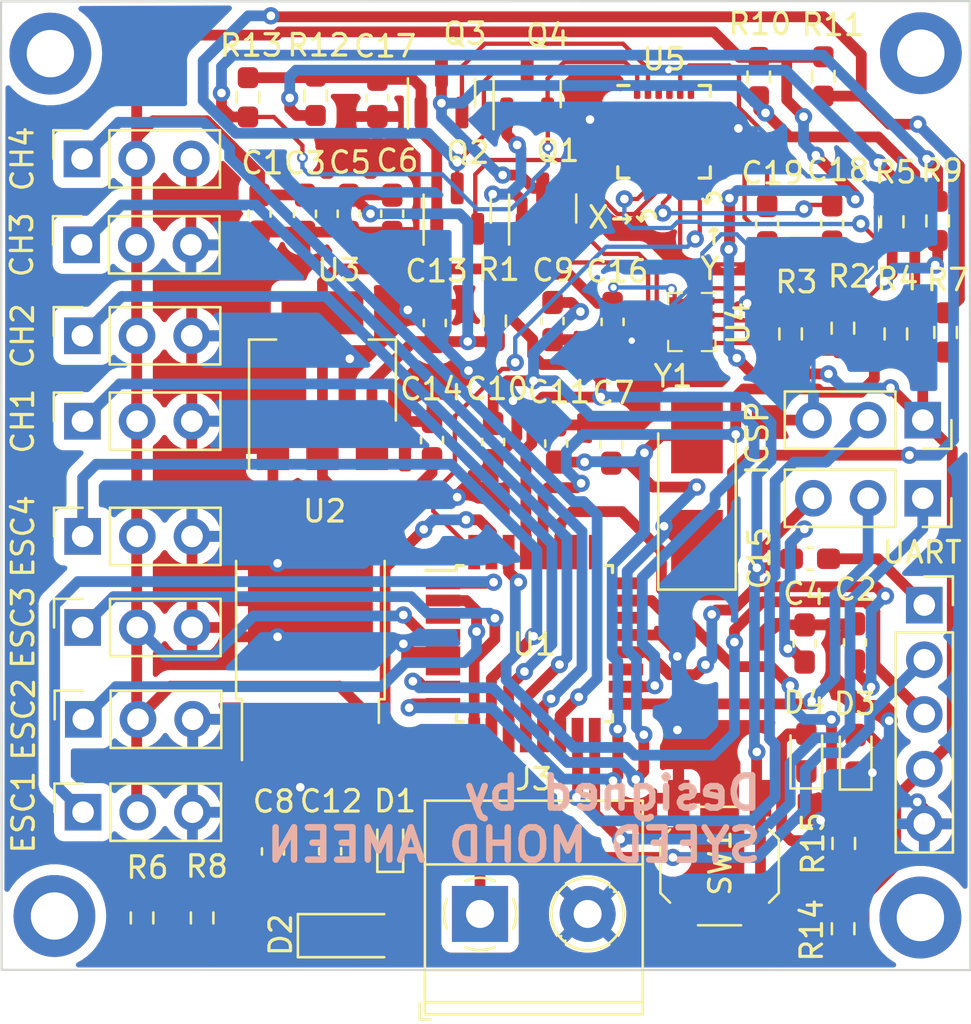
<source format=kicad_pcb>
(kicad_pcb (version 20221018) (generator pcbnew)
  (layers (0 "F.Cu" signal) (31 "B.Cu" signal) (34 "B.Paste" user) (35 "F.Paste" user) (36 "B.SilkS" user "B.Silkscreen") (37 "F.SilkS" user "F.Silkscreen") (38 "B.Mask" user) (39 "F.Mask" user) (44 "Edge.Cuts" user))
  (net 0 "")
  (net 1 "GND")
  (net 2 "/+5v")
  (net 3 "/RESET")
  (net 4 "Net-(U1-AREF)")
  (net 5 "/BAT+")
  (net 6 "/OSC1")
  (net 7 "Net-(U1-AVCC)")
  (net 8 "/OSC2")
  (net 9 "/+3.3v")
  (net 10 "Net-(J4-Pin_1)")
  (net 11 "Net-(U5-REGOUT)")
  (net 12 "Net-(U5-CPOUT)")
  (net 13 "Net-(D1-A)")
  (net 14 "Net-(D2-K)")
  (net 15 "Net-(D3-A)")
  (net 16 "Net-(D4-A)")
  (net 17 "/MOSI")
  (net 18 "/MISO")
  (net 19 "/SCK")
  (net 20 "/TXD")
  (net 21 "/RXD")
  (net 22 "/ESC1")
  (net 23 "/CH1")
  (net 24 "/ESC2")
  (net 25 "/CH2")
  (net 26 "/ESC3")
  (net 27 "/CH3")
  (net 28 "/ESC4")
  (net 29 "/CH4")
  (net 30 "/SCK_3V_BMP")
  (net 31 "/SCL")
  (net 32 "/LED")
  (net 40 "IMU_INT")
  (net 41 "/SDI_3V_BMP")
  (net 42 "/SDA")
  (net 43 "/SCL_3V_IMU")
  (net 44 "/SDA_3V_IMU")
  (footprint "Connector_PinSocket_2.54mm:PinSocket_1x03_P2.54mm_Vertical" (layer "F.Cu") (at 173.795 55.785 90)
    (fp_text reference "CH2")
    (fp_text value "CH_2" hide)
  )
  (footprint "Resistor_SMD:R_0603_1608Metric_Pad0.98x0.95mm_HandSolder" (layer "F.Cu") (at 176.57 82.82 90)
    (fp_text reference "R6")
    (fp_text value "1k" hide)
  )
  (footprint "Capacitor_SMD:C_0603_1608Metric_Pad1.08x0.95mm_HandSolder" (layer "F.Cu") (at 188.19 50.1175 90)
    (fp_text reference "C6")
    (fp_text value "100nf" hide)
  )
  (footprint "Resistor_SMD:R_0603_1608Metric_Pad0.98x0.95mm_HandSolder" (layer "F.Cu") (at 209.17 79.36 90)
    (fp_text reference "R15")
    (fp_text value "330" hide)
  )
  (footprint "Connector_PinSocket_2.54mm:PinSocket_1x03_P2.54mm_Vertical" (layer "F.Cu") (at 173.83 77.91 90)
    (fp_text reference "ESC1")
    (fp_text value "ESC_1" hide)
  )
  (footprint "MountingHole:MountingHole_2.2mm_M2_DIN965_Pad_TopBottom" (layer "F.Cu") (at 212.75 42.66)
    (fp_text reference "H2" hide)
    (fp_text value "MountingHole" hide)
  )
  (footprint "Capacitor_SMD:C_0603_1608Metric_Pad1.08x0.95mm_HandSolder" (layer "F.Cu") (at 198.37 60.8375 -90)
    (fp_text reference "C7")
    (fp_text value "22pf" hide)
  )
  (footprint "Connector_PinSocket_2.54mm:PinSocket_1x03_P2.54mm_Vertical" (layer "F.Cu") (at 173.84 73.595 90)
    (fp_text reference "ESC2")
    (fp_text value "ESC_2" hide)
  )
  (footprint "Capacitor_SMD:C_0603_1608Metric_Pad1.08x0.95mm_HandSolder" (layer "F.Cu") (at 182.65 79.7325 -90)
    (fp_text reference "C8")
    (fp_text value "330nf" hide)
  )
  (footprint "Resistor_SMD:R_0603_1608Metric_Pad0.98x0.95mm_HandSolder" (layer "F.Cu") (at 211.59 55.6975 90)
    (fp_text reference "R4")
    (fp_text value "10k" hide)
  )
  (footprint "Resistor_SMD:R_0603_1608Metric_Pad0.98x0.95mm_HandSolder" (layer "F.Cu") (at 181.49 44.71 -90)
    (fp_text reference "R13")
    (fp_text value "10k" hide)
  )
  (footprint "Package_QFP:TQFP-32_7x7mm_P0.8mm" (layer "F.Cu") (at 194.8 70.08)
    (fp_text reference "U1")
    (fp_text value "ATmega328PB-A" hide)
  )
  (footprint "Crystal:Crystal_SMD_5032-2Pin_5.0x3.2mm_HandSoldering" (layer "F.Cu") (at 202.35 63.02 90)
    (fp_text reference "Y1")
    (fp_text value "Crystal" hide)
  )
  (footprint "Resistor_SMD:R_0603_1608Metric_Pad0.98x0.95mm_HandSolder" (layer "F.Cu") (at 184.63 44.64 -90)
    (fp_text reference "R12")
    (fp_text value "10k" hide)
  )
  (footprint "Resistor_SMD:R_0603_1608Metric_Pad0.98x0.95mm_HandSolder" (layer "F.Cu") (at 209.13 55.43 90)
    (fp_text reference "R2")
    (fp_text value "10k" hide)
  )
  (footprint "Capacitor_SMD:C_0603_1608Metric_Pad1.08x0.95mm_HandSolder" (layer "F.Cu") (at 198.43 55.14 -90)
    (fp_text reference "C16")
    (fp_text value "10nf" hide)
  )
  (footprint "Resistor_SMD:R_0603_1608Metric_Pad0.98x0.95mm_HandSolder" (layer "F.Cu") (at 205.22 43.7675 -90)
    (fp_text reference "R10")
    (fp_text value "10k" hide)
  )
  (footprint "Button_Switch_SMD:SW_SPST_TL3342" (layer "F.Cu") (at 203.4 80.41 90)
    (fp_text reference "SW1")
    (fp_text value "SW_Push" hide)
  )
  (footprint "Diode_SMD:D_SOD-123" (layer "F.Cu") (at 186.17 83.6425)
    (fp_text reference "D2")
    (fp_text value "D_Zener" hide)
  )
  (footprint "Capacitor_SMD:C_0603_1608Metric_Pad1.08x0.95mm_HandSolder" (layer "F.Cu") (at 207.35 70.075 -90)
    (fp_text reference "C4")
    (fp_text value "100nf" hide)
  )
  (footprint "Capacitor_SMD:C_0603_1608Metric_Pad1.08x0.95mm_HandSolder" (layer "F.Cu") (at 186.17 50.1175 90)
    (fp_text reference "C5")
    (fp_text value "100nf" hide)
  )
  (footprint "Capacitor_SMD:C_0603_1608Metric_Pad1.08x0.95mm_HandSolder" (layer "F.Cu") (at 195.81 60.7875 -90)
    (fp_text reference "C11")
    (fp_text value "22pf" hide)
  )
  (footprint "Capacitor_SMD:C_0603_1608Metric_Pad1.08x0.95mm_HandSolder" (layer "F.Cu") (at 190.04 60.6275 90)
    (fp_text reference "C14")
    (fp_text value "10uf" hide)
  )
  (footprint "Resistor_SMD:R_0603_1608Metric_Pad0.98x0.95mm_HandSolder" (layer "F.Cu") (at 213.53 50.45 90)
    (fp_text reference "R9")
    (fp_text value "10k" hide)
  )
  (footprint "Package_TO_SOT_SMD:SOT-23" (layer "F.Cu") (at 190.48 44.4775 90)
    (fp_text reference "Q3")
    (fp_text value "BSS138" hide)
  )
  (footprint "Package_TO_SOT_SMD:SOT-23" (layer "F.Cu") (at 195.18 49.8725 90)
    (fp_text reference "Q1")
    (fp_text value "BSS138" hide)
  )
  (footprint "Resistor_SMD:R_0603_1608Metric_Pad0.98x0.95mm_HandSolder" (layer "F.Cu") (at 179.36 82.82 90)
    (fp_text reference "R8")
    (fp_text value "10k" hide)
  )
  (footprint "Connector_PinSocket_2.54mm:PinSocket_1x03_P2.54mm_Vertical" (layer "F.Cu") (at 212.84 63.33 -90)
    (fp_text reference "J2" hide)
    (fp_text value "ICSP")
  )
  (footprint "Resistor_SMD:R_0603_1608Metric_Pad0.98x0.95mm_HandSolder" (layer "F.Cu") (at 213.9 55.6275 90)
    (fp_text reference "R7")
    (fp_text value "10k" hide)
  )
  (footprint "Resistor_SMD:R_0603_1608Metric_Pad0.98x0.95mm_HandSolder" (layer "F.Cu") (at 208.22 43.74 -90)
    (fp_text reference "R11")
    (fp_text value "10k" hide)
  )
  (footprint "Package_TO_SOT_SMD:TO-252-3_TabPin2" (layer "F.Cu") (at 184.39 69.35 90)
    (fp_text reference "U2")
    (fp_text value "L7805" hide)
  )
  (footprint "Package_TO_SOT_SMD:SOT-23" (layer "F.Cu") (at 191.21 49.8775 90)
    (fp_text reference "Q2")
    (fp_text value "BSS138" hide)
  )
  (footprint "Capacitor_SMD:C_0603_1608Metric_Pad1.08x0.95mm_HandSolder" (layer "F.Cu") (at 205.61 50.6 -90)
    (fp_text reference "C19")
    (fp_text value "2.2nf" hide)
  )
  (footprint "LED_SMD:LED_0603_1608Metric_Pad1.05x0.95mm_HandSolder" (layer "F.Cu") (at 207.43 75.145 90)
    (fp_text reference "D4")
    (fp_text value "LED" hide)
  )
  (footprint "MountingHole:MountingHole_2.2mm_M2_DIN965_Pad_TopBottom" (layer "F.Cu") (at 172.5 82.73)
    (fp_text reference "H4" hide)
    (fp_text value "MountingHole" hide)
  )
  (footprint "Resistor_SMD:R_0603_1608Metric_Pad0.98x0.95mm_HandSolder" (layer "F.Cu") (at 206.7 55.6975 90)
    (fp_text reference "R3")
    (fp_text value "10k" hide)
  )
  (footprint "Capacitor_SMD:C_0603_1608Metric_Pad1.08x0.95mm_HandSolder" (layer "F.Cu") (at 192.88 60.7175 90)
    (fp_text reference "C10")
    (fp_text value "100nf" hide)
  )
  (footprint "Connector_PinSocket_2.54mm:PinSocket_1x03_P2.54mm_Vertical" (layer "F.Cu") (at 173.78 47.57 90)
    (fp_text reference "CH4")
    (fp_text value "CH_4" hide)
  )
  (footprint "Connector_PinSocket_2.54mm:PinSocket_1x05_P2.54mm_Vertical" (layer "F.Cu") (at 212.91 68.29)
    (fp_text reference "UART")
    (fp_text value "UART" hide)
  )
  (footprint "Package_TO_SOT_SMD:SOT-23" (layer "F.Cu") (at 194.46 44.5175 90)
    (fp_text reference "Q4")
    (fp_text value "BSS138" hide)
  )
  (footprint "Capacitor_SMD:C_0603_1608Metric_Pad1.08x0.95mm_HandSolder" (layer "F.Cu") (at 187.5 44.7375 -90)
    (fp_text reference "C17")
    (fp_text value "100nf" hide)
  )
  (footprint "Connector_PinSocket_2.54mm:PinSocket_1x03_P2.54mm_Vertical" (layer "F.Cu") (at 173.76 51.56 90)
    (fp_text reference "CH3")
    (fp_text value "CH_3" hide)
  )
  (footprint "MountingHole:MountingHole_2.2mm_M2_DIN965_Pad_TopBottom" (layer "F.Cu") (at 172.31 42.68)
    (fp_text reference "H1" hide)
    (fp_text value "MountingHole" hide)
  )
  (footprint "LED_SMD:LED_0603_1608Metric_Pad1.05x0.95mm_HandSolder" (layer "F.Cu") (at 209.72 75.2 90)
    (fp_text reference "D3")
    (fp_text value "LED" hide)
  )
  (footprint "Resistor_SMD:R_0603_1608Metric_Pad0.98x0.95mm_HandSolder" (layer "F.Cu") (at 192.95 55.1 -90)
    (fp_text reference "R1")
    (fp_text value "10k" hide)
  )
  (footprint "Connector_PinSocket_2.54mm:PinSocket_1x03_P2.54mm_Vertical" (layer "F.Cu") (at 212.84 59.7 -90)
    (fp_text reference "J1" hide)
    (fp_text value "~" hide)
  )
  (footprint "Diode_SMD:D_SOD-523" (layer "F.Cu") (at 188.1 79.42 90)
    (fp_text reference "D1")
    (fp_text value "1N4148WT" hide)
  )
  (footprint "Capacitor_SMD:C_0603_1608Metric_Pad1.08x0.95mm_HandSolder" (layer "F.Cu") (at 208.63 50.57 -90)
    (fp_text reference "C18")
    (fp_text value "0.1uf" hide)
  )
  (footprint "MountingHole:MountingHole_2.2mm_M2_DIN965_Pad_TopBottom" (layer "F.Cu") (at 212.73 82.8)
    (fp_text reference "H3" hide)
    (fp_text value "MountingHole" hide)
  )
  (footprint "Capacitor_SMD:C_0603_1608Metric_Pad1.08x0.95mm_HandSolder" (layer "F.Cu") (at 182.03 50.105 90)
    (fp_text reference "C1")
    (fp_text value "4.7uf" hide)
  )
  (footprint "Connector_PinSocket_2.54mm:PinSocket_1x03_P2.54mm_Vertical" (layer "F.Cu") (at 173.8 59.75 90)
    (fp_text reference "CH1")
    (fp_text value "CH_1" hide)
  )
  (footprint "Capacitor_SMD:C_0603_1608Metric_Pad1.08x0.95mm_HandSolder" (layer "F.Cu") (at 209.69 70.025 -90)
    (fp_text reference "C2")
    (fp_text value "100nf" hide)
  )
  (footprint "Connector_PinSocket_2.54mm:PinSocket_1x03_P2.54mm_Vertical" (layer "F.Cu") (at 173.81 69.33 90)
    (fp_text reference "ESC3")
    (fp_text value "ESC_3" hide)
  )
  (footprint "TerminalBlock_Phoenix:TerminalBlock_Phoenix_MKDS-1,5-2_1x02_P5.00mm_Horizontal" (layer "F.Cu") (at 192.27 82.635)
    (fp_text reference "J3")
    (fp_text value "Power Connector" hide)
  )
  (footprint "Package_TO_SOT_SMD:SOT-223-3_TabPin2" (layer "F.Cu") (at 184.95 57.87 90)
    (fp_text reference "U3")
    (fp_text value "AMS1117-3.3" hide)
  )
  (footprint "Sensor_Motion:InvenSense_QFN-24_4x4mm_P0.5mm" (layer "F.Cu") (at 200.82 46.31)
    (fp_text reference "U5")
    (fp_text value "MPU-6050" hide)
  )
  (footprint "Capacitor_SMD:C_0603_1608Metric_Pad1.08x0.95mm_HandSolder" (layer "F.Cu") (at 190.17 55.19 90)
    (fp_text reference "C13")
    (fp_text value "10uf" hide)
  )
  (footprint "Capacitor_SMD:C_0603_1608Metric_Pad1.08x0.95mm_HandSolder" (layer "F.Cu") (at 207.6 66.14 180)
    (fp_text reference "C15")
    (fp_text value "100nf" hide)
  )
  (footprint "Resistor_SMD:R_0603_1608Metric_Pad0.98x0.95mm_HandSolder" (layer "F.Cu") (at 209.14 83.32 90)
    (fp_text reference "R14")
    (fp_text value "330" hide)
  )
  (footprint "Capacitor_SMD:C_0603_1608Metric_Pad1.08x0.95mm_HandSolder" (layer "F.Cu") (at 185.31 79.7225 90)
    (fp_text reference "C12")
    (fp_text value "100nf" hide)
  )
  (footprint "Capacitor_SMD:C_0603_1608Metric_Pad1.08x0.95mm_HandSolder" (layer "F.Cu") (at 195.64 55.1 90)
    (fp_text reference "C9")
    (fp_text value "1uf" hide)
  )
  (footprint "Connector_PinSocket_2.54mm:PinSocket_1x03_P2.54mm_Vertical" (layer "F.Cu") (at 173.81 65.1 90)
    (fp_text reference "ESC4")
    (fp_text value "ESC_4" hide)
  )
  (footprint "Resistor_SMD:R_0603_1608Metric_Pad0.98x0.95mm_HandSolder" (layer "F.Cu") (at 211.42 50.49 90)
    (fp_text reference "R5")
    (fp_text value "10k" hide)
  )
  (footprint "Package_LGA:Bosch_LGA-8_2x2.5mm_P0.65mm_ClockwisePinNumbering" (layer "F.Cu") (at 202.11 55.145 -90)
    (fp_text reference "U4")
    (fp_text value "BMP280" hide)
  )
  (footprint "Capacitor_SMD:C_0603_1608Metric_Pad1.08x0.95mm_HandSolder" (layer "F.Cu") (at 184.14 50.1175 90)
    (fp_text reference "C3")
    (fp_text value "100nf" hide)
  )
  (gr_line (start 170.02 40.26) (end 215.02 40.24) (stroke (width 0.1)) (layer "Edge.Cuts"))
  (gr_line (start 170.05 85.23) (end 170.02 40.26) (stroke (width 0.1)) (layer "Edge.Cuts"))
  (gr_line (start 215.02 40.24) (end 215.05 85.24) (stroke (width 0.1)) (layer "Edge.Cuts"))
  (gr_line (start 215.05 85.24) (end 170.05 85.23) (stroke (width 0.1)) (layer "Edge.Cuts"))
  (gr_text "Designed by \nSYEED MOHD AMEEN" (at 205.47 80.31) (layer "B.SilkS") (effects (font (size 1.5 1.5) (thickness 0.3) bold) (justify left bottom mirror)))
  (gr_text "X→↶" (at 197.19 50.87) (layer "F.SilkS") (effects (font (size 1 1)) (justify left bottom)))
  (gr_text "↶\n↑\nY" (at 202.42 53.26) (layer "F.SilkS") (effects (font (size 1 1)) (justify left bottom)))
  (segment (start 199.32 56.01) (end 199.3125 56.0025) (width 0.2) (layer "F.Cu") (net 1))
  (segment (start 186.22 56.85) (end 186.65 56.85) (width 0.5) (layer "F.Cu") (net 1))
  (segment (start 190.04 58.39) (end 190.04 59.765) (width 0.5) (layer "F.Cu") (net 1))
  (segment (start 210.5 76.075) (end 209.72 76.075) (width 0.5) (layer "F.Cu") (net 1))
  (segment (start 197.76 49.24) (end 198.65 50.13) (width 0.2) (layer "F.Cu") (net 1))
  (segment (start 199.3125 56.0025) (end 198.43 56.0025) (width 0.2) (layer "F.Cu") (net 1))
  (segment (start 193.98 60.48) (end 192.88 61.58) (width 0.5) (layer "F.Cu") (net 1))
  (segment (start 208.76 70.0925) (end 209.69 69.1625) (width 0.5) (layer "F.Cu") (net 1))
  (segment (start 201.31 54.82) (end 201.838628 54.82) (width 0.2) (layer "F.Cu") (net 1))
  (segment (start 209.64 69.2125) (end 209.69 69.1625) (width 0.5) (layer "F.Cu") (net 1))
  (segment (start 212.586843 77.434533) (end 212.91 77.75769) (width 0.5) (layer "F.Cu") (net 1))
  (segment (start 201.838628 54.82) (end 202.488628 54.17) (width 0.2) (layer "F.Cu") (net 1))
  (segment (start 201.48 77.24) (end 201.5 77.26) (width 0.5) (layer "F.Cu") (net 1))
  (segment (start 202.09 52.47) (end 204.66 52.47) (width 0.2) (layer "F.Cu") (net 1))
  (segment (start 182.865 69.765) (end 185.915 69.765) (width 0.5) (layer "F.Cu") (net 1))
  (segment (start 211.279573 73.649573) (end 210.58 72.95) (width 0.5) (layer "F.Cu") (net 1))
  (segment (start 192.88 61.58) (end 192.88 61.61) (width 0.5) (layer "F.Cu") (net 1))
  (segment (start 193.800688 58.800688) (end 193.98 58.98) (width 0.5) (layer "F.Cu") (net 1))
  (segment (start 211.279573 73.661802) (end 211.279573 73.649573) (width 0.5) (layer "F.Cu") (net 1))
  (segment (start 201.57 51.95) (end 202.09 52.47) (width 0.2) (layer "F.Cu") (net 1))
  (segment (start 201.44 74.09) (end 201.48 74.13) (width 0.5) (layer "F.Cu") (net 1))
  (segment (start 210.086542 72.95) (end 208.76 71.623458) (width 0.5) (layer "F.Cu") (net 1))
  (segment (start 182.03 50.9675) (end 188.1775 50.9675) (width 0.5) (layer "F.Cu") (net 1))
  (segment (start 191.735688 57.404312) (end 191.025688 57.404312) (width 0.5) (layer "F.Cu") (net 1))
  (segment (start 204.68 54.2795) (end 204.6095 54.35) (width 0.2) (layer "F.Cu") (net 1))
  (segment (start 204.274139 45.874139) (end 203.46 45.06) (width 0.2) (layer "F.Cu") (net 1))
  (segment (start 200.95 69.68) (end 199.05 69.68) (width 0.5) (layer "F.Cu") (net 1))
  (segment (start 205.61 51.52) (end 205.61 51.4625) (width 0.2) (layer "F.Cu") (net 1))
  (segment (start 207.35 69.2125) (end 209.64 69.2125) (width 0.5) (layer "F.Cu") (net 1))
  (segment (start 184.39 74.39) (end 184.39 76.28) (width 0.5) (layer "F.Cu") (net 1))
  (segment (start 200.57 49.01) (end 200.57 48.26) (width 0.2) (layer "F.Cu") (net 1))
  (segment (start 208.76 71.623458) (end 208.76 70.0925) (width 0.5) (layer "F.Cu") (net 1))
  (segment (start 203.46 45.06) (end 202.77 45.06) (width 0.2) (layer "F.Cu") (net 1))
  (segment (start 204.66 52.47) (end 205.61 51.52) (width 0.2) (layer "F.Cu") (net 1))
  (segment (start 186.65 56.85) (end 189.1725 54.3275) (width 0.5) (layer "F.Cu") (net 1))
  (segment (start 197.38 46.58) (end 197.76 46.96) (width 0.2) (layer "F.Cu") (net 1))
  (segment (start 198.06 45.06) (end 198.87 45.06) (width 0.2) (layer "F.Cu") (net 1))
  (segment (start 189.1725 54.3275) (end 190.17 54.3275) (width 0.5) (layer "F.Cu") (net 1))
  (segment (start 188.1775 50.9675) (end 188.19 50.98) (width 0.5) (layer "F.Cu") (net 1))
  (segment (start 202.488628 54.17) (end 202.91 54.17) (width 0.2) (layer "F.Cu") (net 1))
  (segment (start 189.0995 70.48) (end 188.7095 70.09) (width 0.5) (layer "F.Cu") (net 1))
  (segment (start 204.034632 54.35) (end 203.854632 54.17) (width 0.2) (layer "F.Cu") (net 1))
  (segment (start 201.436217 70.166217) (end 200.95 69.68) (width 0.5) (layer "F.Cu") (net 1))
  (segment (start 204.6095 54.35) (end 204.034632 54.35) (width 0.2) (layer "F.Cu") (net 1))
  (segment (start 203.854632 54.17) (end 202.91 54.17) (width 0.2) (layer "F.Cu") (net 1))
  (segment (start 191.025688 57.404312) (end 190.04 58.39) (width 0.5) (layer "F.Cu") (net 1))
  (segment (start 201.48 74.13) (end 201.48 77.24) (width 0.5) (layer "F.Cu") (net 1))
  (segment (start 197.38 45.74) (end 198.06 45.06) (width 0.2) (layer "F.Cu") (net 1))
  (segment (start 197.38 45.74) (end 197.38 46.58) (width 0.2) (layer "F.Cu") (net 1))
  (segment (start 207.43 77.619732) (end 207.43 76.02) (width 0.5) (layer "F.Cu") (net 1))
  (segment (start 184.39 76.28) (end 183.92 76.75) (width 0.5) (layer "F.Cu") (net 1))
  (segment (start 212.91 77.75769) (end 212.91 78.45) (width 0.5) (layer "F.Cu") (net 1))
  (segment (start 210.58 72.95) (end 210.086542 72.95) (width 0.5) (layer "F.Cu") (net 1))
  (segment (start 201.436217 70.673759) (end 201.436217 70.166217) (width 0.5) (layer "F.Cu") (net 1))
  (segment (start 198.65 50.13) (end 199.45 50.13) (width 0.2) (layer "F.Cu") (net 1))
  (segment (start 192.88 61.61) (end 191.21 63.28) (width 0.5) (layer "F.Cu") (net 1))
  (segment (start 208.0955 78.285232) (end 207.43 77.619732) (width 0.5) (layer "F.Cu") (net 1))
  (segment (start 197.76 46.96) (end 197.76 49.24) (width 0.2) (layer "F.Cu") (net 1))
  (segment (start 190.55 70.48) (end 189.0995 70.48) (width 0.5) (layer "F.Cu") (net 1))
  (segment (start 201.57 48.26) (end 201.57 51.95) (width 0.2) (layer "F.Cu") (net 1))
  (segment (start 204.274139 46.154088) (end 204.274139 45.874139) (width 0.2) (layer "F.Cu") (net 1))
  (segment (start 193.98 58.98) (end 193.98 60.48) (width 0.5) (layer "F.Cu") (net 1))
  (segment (start 199.45 50.13) (end 200.57 49.01) (width 0.2) (layer "F.Cu") (net 1))
  (via (at 188.915688 54.584312) (size 0.8) (drill 0.4) (layers "F.Cu" "B.Cu") (net 1))
  (via (at 182.865 69.765) (size 0.8) (drill 0.4) (layers "F.Cu" "B.Cu") (net 1))
  (via (at 204.68 54.2795) (size 0.8) (drill 0.4) (layers "F.Cu" "B.Cu") (net 1))
  (via (at 197.38 45.74) (size 0.8) (drill 0.4) (layers "F.Cu" "B.Cu") (net 1))
  (via (at 186.22 56.85) (size 0.8) (drill 0.4) (layers "F.Cu" "B.Cu") (net 1))
  (via (at 182.865 66.3505) (size 0.8) (drill 0.4) (layers "F.Cu" "B.Cu") (net 1))
  (via (at 212.586843 77.434533) (size 0.8) (drill 0.4) (layers "F.Cu" "B.Cu") (net 1))
  (via (at 188.7095 70.09) (size 0.8) (drill 0.4) (layers "F.Cu" "B.Cu") (net 1))
  (via (at 183.92 76.75) (size 0.8) (drill 0.4) (layers "F.Cu" "B.Cu") (net 1))
  (via (at 201.44 74.09) (size 0.8) (drill 0.4) (layers "F.Cu" "B.Cu") (net 1))
  (via (at 193.800688 58.800688) (size 0.8) (drill 0.4) (layers "F.Cu" "B.Cu") (net 1))
  (via (at 201.436217 70.673759) (size 0.8) (drill 0.4) (layers "F.Cu" "B.Cu") (net 1))
  (via (at 199.32 56.01) (size 0.5) (drill 0.3) (layers "F.Cu" "B.Cu") (net 1))
  (via (at 204.274139 46.154088) (size 0.8) (drill 0.4) (layers "F.Cu" "B.Cu") (net 1))
  (via (at 191.735688 57.404312) (size 0.8) (drill 0.4) (layers "F.Cu" "B.Cu") (net 1))
  (via (at 191.21 63.28) (size 0.8) (drill 0.4) (layers "F.Cu" "B.Cu") (net 1))
  (via (at 211.279573 73.661802) (size 0.8) (drill 0.4) (layers "F.Cu" "B.Cu") (net 1))
  (via (at 210.5 76.075) (size 0.8) (drill 0.4) (layers "F.Cu" "B.Cu") (net 1))
  (via (at 208.0955 78.285232) (size 0.8) (drill 0.4) (layers "F.Cu" "B.Cu") (net 1))
  (segment (start 202.6 52.967818) (end 202.6 51.94945) (width 0.2) (layer "B.Cu") (net 1))
  (segment (start 208.0955 78.2745) (end 208.0955 78.285232) (width 0.5) (layer "B.Cu") (net 1))
  (segment (start 180.815 55.785) (end 178.875 55.785) (width 0.5) (layer "B.Cu") (net 1))
  (segment (start 199.557818 56.01) (end 202.6 52.967818) (width 0.2) (layer "B.Cu") (net 1))
  (segment (start 183.19 70.09) (end 182.865 69.765) (width 0.5) (layer "B.Cu") (net 1))
  (segment (start 209.9 48.38) (end 210.66 49.14) (width 0.2) (layer "B.Cu") (net 1))
  (segment (start 204.68 51.55) (end 204.68 54.2795) (width 0.2) (layer "B.Cu") (net 1))
  (segment (start 191.21 63.28) (end 190.91 63.58) (width 0.5) (layer "B.Cu") (net 1))
  (segment (start 204.274139 46.154088) (end 204.274139 45.874139) (width 0.2) (layer "B.Cu") (net 1))
  (segment (start 186.22 56.85) (end 181.88 56.85) (width 0.5) (layer "B.Cu") (net 1))
  (segment (start 181.88 56.85) (end 180.815 55.785) (width 0.5) (layer "B.Cu") (net 1))
  (segment (start 201.436217 74.086217) (end 201.436217 70.673759) (width 0.5) (layer "B.Cu") (net 1))
  (segment (start 203.412162 45.012162) (end 198.107838 45.012162) (width 0.2) (layer "B.Cu") (net 1))
  (segment (start 205.264088 46.154088) (end 207.49 48.38) (width 0.2) (layer "B.Cu") (net 1))
  (segment (start 210.295 76.075) (end 208.0955 78.2745) (width 0.5) (layer "B.Cu") (net 1))
  (segment (start 188.7095 70.09) (end 183.19 70.09) (width 0.5) (layer "B.Cu") (net 1))
  (segment (start 204.274139 46.154088) (end 205.264088 46.154088) (width 0.2) (layer "B.Cu") (net 1))
  (segment (start 193.800688 58.800688) (end 192.404312 57.404312) (width 0.5) (layer "B.Cu") (net 1))
  (segment (start 207.49 48.38) (end 209.9 48.38) (width 0.2) (layer "B.Cu") (net 1))
  (segment (start 190.91 63.58) (end 189.647918 63.58) (width 0.5) (layer "B.Cu") (net 1))
  (segment (start 191.735688 57.404312) (end 188.915688 54.584312) (width 0.5) (layer "B.Cu") (net 1))
  (segment (start 211.834533 77.434533) (end 212.586843 77.434533) (width 0.5) (layer "B.Cu") (net 1))
  (segment (start 210.28 53.04) (end 205.17 53.04) (width 0.2) (layer "B.Cu") (net 1))
  (segment (start 204.68 54.2795) (end 206.8995 54.2795) (width 0.2) (layer "B.Cu") (net 1))
  (segment (start 183.92 76.75) (end 182.76 77.91) (width 0.5) (layer "B.Cu") (net 1))
  (segment (start 186.877418 66.3505) (end 182.865 66.3505) (width 0.5) (layer "B.Cu") (net 1))
  (segment (start 205.17 53.04) (end 204.68 53.53) (width 0.2) (layer "B.Cu") (net 1))
  (segment (start 203.47895 51.0705) (end 204.2005 51.0705) (width 0.2) (layer "B.Cu") (net 1))
  (segment (start 210.5 76.075) (end 210.295 76.075) (width 0.5) (layer "B.Cu") (net 1))
  (segment (start 198.107838 45.012162) (end 197.38 45.74) (width 0.2) (layer "B.Cu") (net 1))
  (segment (start 189.647918 63.58) (end 186.877418 66.3505) (width 0.5) (layer "B.Cu") (net 1))
  (segment (start 204.274139 45.874139) (end 203.412162 45.012162) (width 0.2) (layer "B.Cu") (net 1))
  (segment (start 182.76 77.91) (end 178.91 77.91) (width 0.5) (layer "B.Cu") (net 1))
  (segment (start 210.5 75.669849) (end 210.5 76.075) (width 0.5) (layer "B.Cu") (net 1))
  (segment (start 211.279573 73.661802) (end 211.279573 74.890276) (width 0.5) (layer "B.Cu") (net 1))
  (segment (start 210.66 49.14) (end 210.66 52.66) (width 0.2) (layer "B.Cu") (net 1))
  (segment (start 210.66 52.66) (end 210.28 53.04) (width 0.2) (layer "B.Cu") (net 1))
  (segment (start 211.279573 74.890276) (end 210.5 75.669849) (width 0.5) (layer "B.Cu") (net 1))
  (segment (start 202.6 51.94945) (end 203.47895 51.0705) (width 0.2) (layer "B.Cu") (net 1))
  (segment (start 204.2005 51.0705) (end 204.68 51.55) (width 0.2) (layer "B.Cu") (net 1))
  (segment (start 207.76 55.14) (end 207.76 59.7) (width 0.2) (layer "B.Cu") (net 1))
  (segment (start 210.5 76.1) (end 211.834533 77.434533) (width 0.5) (layer "B.Cu") (net 1))
  (segment (start 199.32 56.01) (end 199.557818 56.01) (width 0.2) (layer "B.Cu") (net 1))
  (segment (start 204.68 53.53) (end 204.68 54.2795) (width 0.2) (layer "B.Cu") (net 1))
  (segment (start 210.5 76.075) (end 210.5 76.1) (width 0.5) (layer "B.Cu") (net 1))
  (segment (start 201.44 74.09) (end 201.436217 74.086217) (width 0.5) (layer "B.Cu") (net 1))
  (segment (start 206.8995 54.2795) (end 207.76 55.14) (width 0.2) (layer "B.Cu") (net 1))
  (segment (start 192.404312 57.404312) (end 191.735688 57.404312) (width 0.5) (layer "B.Cu") (net 1))
  (segment (start 185.75 72.06) (end 177.88 72.06) (width 0.5) (layer "F.Cu") (net 2))
  (segment (start 210.11 83.8) (end 210.11 81.84995) (width 0.5) (layer "F.Cu") (net 2))
  (segment (start 208.461202 57.556114) (end 208.459894 57.554806) (width 0.5) (layer "F.Cu") (net 2))
  (segment (start 176.38 73.56) (end 176.38 73.595) (width 0.5) (layer "F.Cu") (net 2))
  (segment (start 208.1925 42.855) (end 208.22 42.8275) (width 0.5) (layer "F.Cu") (net 2))
  (segment (start 182.03 48.26) (end 182.03 49.2425) (width 0.5) (layer "F.Cu") (net 2))
  (segment (start 214.21 61.07) (end 212.84 59.7) (width 0.5) (layer "F.Cu") (net 2))
  (segment (start 205.22 42.855) (end 204.325 42.855) (width 0.5) (layer "F.Cu") (net 2))
  (segment (start 190.17 56.0525) (end 191.7 56.0525) (width 0.5) (layer "F.Cu") (net 2))
  (segment (start 211.58 77.24) (end 212.91 75.91) (width 0.5) (layer "F.Cu") (net 2))
  (segment (start 206.52 42.855) (end 208.1925 42.855) (width 0.5) (layer "F.Cu") (net 2))
  (segment (start 177.09 45.8) (end 179.57 45.8) (width 0.5) (layer "F.Cu") (net 2))
  (segment (start 209.7045 49.453186) (end 209.7045 49.234) (width 0.5) (layer "F.Cu") (net 2))
  (segment (start 189.1675 56.0525) (end 190.17 56.0525) (width 0.5) (layer "F.Cu") (net 2))
  (segment (start 187.18 50.118) (end 186.317 49.255) (width 0.5) (layer "F.Cu") (net 2))
  (segment (start 203.83 51.7705) (end 203.8605 51.74) (width 0.5) (layer "F.Cu") (net 2))
  (segment (start 176.32 46.57) (end 176.32 47.57) (width 0.5) (layer "F.Cu") (net 2))
  (segment (start 209.7045 49.234) (end 207.87 47.3995) (width 0.5) (layer "F.Cu") (net 2))
  (segment (start 210.11 81.84995) (end 211.58 80.37995) (width 0.5) (layer "F.Cu") (net 2))
  (segment (start 214.21 74.61) (end 214.21 61.07) (width 0.5) (layer "F.Cu") (net 2))
  (segment (start 204.935306 57.554806) (end 204.2 56.8195) (width 0.5) (layer "F.Cu") (net 2))
  (segment (start 206.52 42.855) (end 206.52 44.83) (width 0.5) (layer "F.Cu") (net 2))
  (segment (start 186.317 49.255) (end 186.17 49.255) (width 0.5) (layer "F.Cu") (net 2))
  (segment (start 189.638604 69.68) (end 190.55 69.68) (width 0.5) (layer "F.Cu") (net 2))
  (segment (start 212.84 59.7) (end 212.84 56.61) (width 0.5) (layer "F.Cu") (net 2))
  (segment (start 186.67 72.98) (end 185.75 72.06) (width 0.5) (layer "F.Cu") (net 2))
  (segment (start 186.65 79.96) (end 186.65 74.41) (width 0.5) (layer "F.Cu") (net 2))
  (segment (start 186.025 80.585) (end 186.65 79.96) (width 0.5) (layer "F.Cu") (net 2))
  (segment (start 188.1775 49.2425) (end 188.19 49.255) (width 0.5) (layer "F.Cu") (net 2))
  (segment (start 211.59 56.61) (end 213.83 56.61) (width 0.5) (layer "F.Cu") (net 2))
  (segment (start 203.1405 41.6705) (end 182.962082 41.6705) (width 0.5) (layer "F.Cu") (net 2))
  (segment (start 179.57 45.8) (end 182.03 48.26) (width 0.5) (layer "F.Cu") (net 2))
  (segment (start 182.962082 41.6705) (end 182.812082 41.8205) (width 0.5) (layer "F.Cu") (net 2))
  (segment (start 211.58 80.37995) (end 211.58 77.24) (width 0.5) (layer "F.Cu") (net 2))
  (segment (start 212.91 75.91) (end 214.21 74.61) (width 0.5) (layer "F.Cu") (net 2))
  (segment (start 203.8605 51.74) (end 203.8605 49.3905) (width 0.5) (layer "F.Cu") (net 2))
  (segment (start 205.22 42.855) (end 206.52 42.855) (width 0.5) (layer "F.Cu") (net 2))
  (segment (start 188.7095 68.7495) (end 188.7095 68.750896) (width 0.5) (layer "F.Cu") (net 2))
  (segment (start 204.325 42.855) (end 203.1405 41.6705) (width 0.5) (layer "F.Cu") (net 2))
  (segment (start 211.340688 58.200688) (end 212.84 59.7) (width 0.5) (layer "F.Cu") (net 2))
  (segment (start 186.67 74.39) (end 186.67 72.98) (width 0.5) (layer "F.Cu") (net 2))
  (segment (start 187.25 57.97) (end 189.1675 56.0525) (width 0.5) (layer "F.Cu") (net 2))
  (segment (start 176.32 47.57) (end 176.32 77.86) (width 0.5) (layer "F.Cu") (net 2))
  (segment (start 176.32 77.86) (end 176.37 77.91) (width 0.5) (layer "F.Cu") (net 2))
  (segment (start 209.14 84.2325) (end 209.6775 84.2325) (width 0.5) (layer "F.Cu") (net 2))
  (segment (start 176.32 43.08) (end 176.32 46.57) (width 0.5) (layer "F.Cu") (net 2))
  (segment (start 191.7 56.0525) (end 192.91 56.0525) (width 0.5) (layer "F.Cu") (net 2))
  (segment (start 186.65 74.41) (end 186.67 74.39) (width 0.5) (layer "F.Cu") (net 2))
  (segment (start 187.25 61.02) (end 187.25 57.97) (width 0.5) (layer "F.Cu") (net 2))
  (segment (start 177.88 72.06) (end 176.38 73.56) (width 0.5) (layer "F.Cu") (net 2))
  (segment (start 206.52 44.83) (end 207.3 45.61) (width 0.5) (layer "F.Cu") (net 2))
  (segment (start 208.459894 57.554806) (end 204.935306 57.554806) (width 0.5) (layer "F.Cu") (net 2))
  (segment (start 188.7095 68.750896) (end 189.638604 69.68) (width 0.5) (layer "F.Cu") (net 2))
  (segment (start 177.5795 41.8205) (end 176.32 43.08) (width 0.5) (layer "F.Cu") (net 2))
  (segment (start 209.6775 84.2325) (end 210.11 83.8) (width 0.5) (layer "F.Cu") (net 2))
  (segment (start 185.31 80.585) (end 186.025 80.585) (width 0.5) (layer "F.Cu") (net 2))
  (segment (start 192.91 56.0525) (end 192.95 56.0125) (width 0.5) (layer "F.Cu") (net 2))
  (segment (start 182.812082 41.8205) (end 177.5795 41.8205) (width 0.5) (layer "F.Cu") (net 2))
  (segment (start 176.32 46.57) (end 177.09 45.8) (width 0.5) (layer "F.Cu") (net 2))
  (segment (start 182.03 49.2425) (end 188.1775 49.2425) (width 0.5) (layer "F.Cu") (net 2))
  (segment (start 213.83 56.61) (end 213.9 56.54) (width 0.5) (layer "F.Cu") (net 2))
  (via (at 207.87 47.3995) (size 0.8) (drill 0.4) (layers "F.Cu" "B.Cu") (net 2))
  (via (at 187.18 50.118) (size 0.8) (drill 0.4) (layers "F.Cu" "B.Cu") (net 2))
  (via (at 211.340688 58.200688) (size 0.8) (drill 0.4) (layers "F.Cu" "B.Cu") (net 2))
  (via (at 203.83 51.7705) (size 0.8) (drill 0.4) (layers "F.Cu" "B.Cu") (net 2))
  (via (at 208.461202 57.556114) (size 0.8) (drill 0.4) (layers "F.Cu" "B.Cu") (net 2))
  (via (at 188.7095 68.7495) (size 0.8) (drill 0.4) (layers "F.Cu" "B.Cu") (net 2))
  (via (at 191.7 56.0525) (size 0.8) (drill 0.4) (layers "F.Cu" "B.Cu") (net 2))
  (via (at 203.8605 49.3905) (size 0.8) (drill 0.4) (layers "F.Cu" "B.Cu") (net 2))
  (via (at 207.3 45.61) (size 0.8) (drill 0.4) (layers "F.Cu" "B.Cu") (net 2))
  (via (at 209.7045 49.453186) (size 0.8) (drill 0.4) (layers "F.Cu" "B.Cu") (net 2))
  (via (at 204.2 56.8195) (size 0.8) (drill 0.4) (layers "F.Cu" "B.Cu") (net 2))
  (segment (start 179.91 70.63) (end 177.65 70.63) (width 0.5) (layer "B.Cu") (net 2))
  (segment (start 181.744034 68.795966) (end 179.91 70.63) (width 0.5) (layer "B.Cu") (net 2))
  (segment (start 187.18 50.118) (end 191.318 50.118) (width 0.5) (layer "B.Cu") (net 2))
  (segment (start 204.211 49.04) (end 203.8605 49.3905) (width 0.5) (layer "B.Cu") (net 2))
  (segment (start 191.7 50.5) (end 191.7 56.0525) (width 0.5) (layer "B.Cu") (net 2))
  (segment (start 177.65 70.63) (end 176.35 69.33) (width 0.5) (layer "B.Cu") (net 2))
  (segment (start 203.83 51.7705) (end 203.83 56.4495) (width 0.5) (layer "B.Cu") (net 2))
  (segment (start 191.318 50.118) (end 191.7 50.5) (width 0.5) (layer "B.Cu") (net 2))
  (segment (start 209.7045 49.453186) (end 209.291314 49.04) (width 0.5) (layer "B.Cu") (net 2))
  (segment (start 203.83 56.4495) (end 204.2 56.8195) (width 0.5) (layer "B.Cu") (net 2))
  (segment (start 188.7095 68.7495) (end 188.663034 68.795966) (width 0.5) (layer "B.Cu") (net 2))
  (segment (start 209.115088 58.21) (end 211.331376 58.21) (width 0.5) (layer "B.Cu") (net 2))
  (segment (start 207.3 46.8295) (end 207.3 45.61) (width 0.5) (layer "B.Cu") (net 2))
  (segment (start 188.663034 68.795966) (end 181.744034 68.795966) (width 0.5) (layer "B.Cu") (net 2))
  (segment (start 209.291314 49.04) (end 204.211 49.04) (width 0.5) (layer "B.Cu") (net 2))
  (segment (start 208.461202 57.556114) (end 209.115088 58.21) (width 0.5) (layer "B.Cu") (net 2))
  (segment (start 211.331376 58.21) (end 211.340688 58.200688) (width 0.5) (layer "B.Cu") (net 2))
  (segment (start 207.87 47.3995) (end 207.3 46.8295) (width 0.5) (layer "B.Cu") (net 2))
  (segment (start 206.7375 65.3625) (end 206.7375 66.14) (width 0.5) (layer "F.Cu") (net 3))
  (segment (start 197.18 57.12) (end 197.88 57.82) (width 0.5) (layer "F.Cu") (net 3))
  (segment (start 206.12 66.14) (end 205.7 66.56) (width 0.5) (layer "F.Cu") (net 3))
  (segment (start 205.12 77.08) (end 205.3 77.26) (width 0.5) (layer "F.Cu") (net 3))
  (segment (start 194.4 61.049949) (end 194.4 65.83) (width 0.5) (layer "F.Cu") (net 3))
  (segment (start 194.68 60.769949) (end 194.4 61.049949) (width 0.5) (layer "F.Cu") (net 3))
  (segment (start 194.715 55.9525) (end 194.715 56.685) (width 0.5) (layer "F.Cu") (net 3))
  (segment (start 205.3 77.26) (end 205.3 83.56) (width 0.5) (layer "F.Cu") (net 3))
  (segment (start 206.7325 70.32) (end 207.35 70.9375) (width 0.5) (layer "F.Cu") (net 3))
  (segment (start 206.7375 66.14) (end 206.12 66.14) (width 0.5) (layer "F.Cu") (net 3))
  (segment (start 192.95 54.1875) (end 194.715 55.9525) (width 0.5) (layer "F.Cu") (net 3))
  (segment (start 206.5695 70.32) (end 206.7325 70.32) (width 0.5) (layer "F.Cu") (net 3))
  (segment (start 205.1305 65.9595) (end 207.76 63.33) (width 0.5) (layer "F.Cu") (net 3))
  (segment (start 194.68 59.14) (end 194.68 60.769949) (width 0.5) (layer "F.Cu") (net 3))
  (segment (start 205.1305 66.56) (end 205.1305 65.9595) (width 0.5) (layer "F.Cu") (net 3))
  (segment (start 194.715 56.685) (end 195.15 57.12) (width 0.5) (layer "F.Cu") (net 3))
  (segment (start 205.12 75.1205) (end 205.12 77.08) (width 0.5) (layer "F.Cu") (net 3))
  (segment (start 195.19 58.63) (end 194.68 59.14) (width 0.5) (layer "F.Cu") (net 3))
  (segment (start 197.88 57.82) (end 197.88 58.63) (width 0.5) (layer "F.Cu") (net 3))
  (segment (start 197.88 58.63) (end 195.19 58.63) (width 0.5) (layer "F.Cu") (net 3))
  (segment (start 195.15 57.12) (end 197.18 57.12) (width 0.5) (layer "F.Cu") (net 3))
  (segment (start 205.7 66.56) (end 205.1305 66.56) (width 0.5) (layer "F.Cu") (net 3))
  (segment (start 207.34 64.76) (end 206.7375 65.3625) (width 0.5) (layer "F.Cu") (net 3))
  (segment (start 205.1305 75.11) (end 205.12 75.1205) (width 0.5) (layer "F.Cu") (net 3))
  (via (at 197.88 58.63) (size 0.8) (drill 0.4) (layers "F.Cu" "B.Cu") (net 3))
  (via (at 205.1305 75.11) (size 0.8) (drill 0.4) (layers "F.Cu" "B.Cu") (net 3))
  (via (at 206.5695 70.32) (size 0.8) (drill 0.4) (layers "F.Cu" "B.Cu") (net 3))
  (via (at 205.1305 66.56) (size 0.8) (drill 0.4) (layers "F.Cu" "B.Cu") (net 3))
  (via (at 207.34 64.76) (size 0.8) (drill 0.4) (layers "F.Cu" "B.Cu") (net 3))
  (segment (start 206.5695 70.32) (end 206.42 70.1705) (width 0.5) (layer "B.Cu") (net 3))
  (segment (start 206.6805 67.202031) (end 206.6805 65.4195) (width 0.5) (layer "B.Cu") (net 3))
  (segment (start 206.6805 65.4195) (end 207.34 64.76) (width 0.5) (layer "B.Cu") (net 3))
  (segment (start 206.42 67.462531) (end 206.6805 67.202031) (width 0.5) (layer "B.Cu") (net 3))
  (segment (start 205.02 74.9995) (end 205.02 66.6705) (width 0.5) (layer "B.Cu") (net 3))
  (segment (start 206.42 70.1705) (end 206.42 67.462531) (width 0.5) (layer "B.Cu") (net 3))
  (segment (start 205.02 66.6705) (end 205.1305 66.56) (width 0.5) (layer "B.Cu") (net 3))
  (segment (start 205.1305 66.56) (end 205.1305 62.23945) (width 0.5) (layer "B.Cu") (net 3))
  (segment (start 205.79 61.57995) (end 205.79 59.816933) (width 0.5) (layer "B.Cu") (net 3))
  (segment (start 205.79 59.816933) (end 204.603067 58.63) (width 0.5) (layer "B.Cu") (net 3))
  (segment (start 204.603067 58.63) (end 197.88 58.63) (width 0.5) (layer "B.Cu") (net 3))
  (segment (start 205.1305 75.11) (end 205.02 74.9995) (width 0.5) (layer "B.Cu") (net 3))
  (segment (start 205.1305 62.23945) (end 205.79 61.57995) (width 0.5) (layer "B.Cu") (net 3))
  (segment (start 204.026346 68.52) (end 205.106346 67.44) (width 0.5) (layer "F.Cu") (net 4))
  (segment (start 202.744312 71.065688) (end 202.286241 71.523759) (width 0.5) (layer "F.Cu") (net 4))
  (segment (start 203.24 68.52) (end 204.026346 68.52) (width 0.5) (layer "F.Cu") (net 4))
  (segment (start 202.286241 71.523759) (end 201.084841 71.523759) (width 0.5) (layer "F.Cu") (net 4))
  (segment (start 209.69 71.351376) (end 209.69 70.8875) (width 0.5) (layer "F.Cu") (net 4))
  (segment (start 201.084841 71.523759) (end 200.041082 70.48) (width 0.5) (layer "F.Cu") (net 4))
  (segment (start 210.678648 67.44) (end 211.105348 67.8667) (width 0.5) (layer "F.Cu") (net 4))
  (segment (start 200.041082 70.48) (end 199.05 70.48) (width 0.5) (layer "F.Cu") (net 4))
  (segment (start 205.106346 67.44) (end 210.678648 67.44) (width 0.5) (layer "F.Cu") (net 4))
  (segment (start 203.04 68.72) (end 203.24 68.52) (width 0.5) (layer "F.Cu") (net 4))
  (segment (start 210.438624 72.1) (end 209.69 71.351376) (width 0.5) (layer "F.Cu") (net 4))
  (via (at 202.744312 71.065688) (size 0.8) (drill 0.4) (layers "F.Cu" "B.Cu") (net 4))
  (via (at 210.438624 72.1) (size 0.8) (drill 0.4) (layers "F.Cu" "B.Cu") (net 4))
  (via (at 211.105348 67.8667) (size 0.8) (drill 0.4) (layers "F.Cu" "B.Cu") (net 4))
  (via (at 203.04 68.72) (size 0.8) (drill 0.4) (layers "F.Cu" "B.Cu") (net 4))
  (segment (start 203.04 70.77) (end 203.04 68.72) (width 0.5) (layer "B.Cu") (net 4))
  (segment (start 202.744312 71.065688) (end 203.04 70.77) (width 0.5) (layer "B.Cu") (net 4))
  (segment (start 211.105348 67.8667) (end 210.438624 68.533424) (width 0.5) (layer "B.Cu") (net 4))
  (segment (start 210.438624 68.533424) (end 210.438624 72.1) (width 0.5) (layer "B.Cu") (net 4))
  (segment (start 182.11 74.39) (end 182.11 76.86) (width 0.5) (layer "F.Cu") (net 5))
  (segment (start 188.58 84.82) (end 183.91 84.82) (width 0.5) (layer "F.Cu") (net 5))
  (segment (start 183.91 84.82) (end 182.8225 83.7325) (width 0.5) (layer "F.Cu") (net 5))
  (segment (start 182.65 77.4) (end 182.65 78.87) (width 0.5) (layer "F.Cu") (net 5))
  (segment (start 189.03 84.37) (end 188.58 84.82) (width 0.5) (layer "F.Cu") (net 5))
  (segment (start 180.67 79.6) (end 181.4 78.87) (width 0.5) (layer "F.Cu") (net 5))
  (segment (start 182.8225 83.7325) (end 179.36 83.7325) (width 0.5) (layer "F.Cu") (net 5))
  (segment (start 177.57 84.8) (end 175.93 84.8) (width 0.5) (layer "F.Cu") (net 5))
  (segment (start 178.6375 83.7325) (end 177.57 84.8) (width 0.5) (layer "F.Cu") (net 5))
  (segment (start 179.36 83.7325) (end 178.6375 83.7325) (width 0.5) (layer "F.Cu") (net 5))
  (segment (start 175.24 80.89) (end 176.53 79.6) (width 0.5) (layer "F.Cu") (net 5))
  (segment (start 175.24 84.11) (end 175.24 80.89) (width 0.5) (layer "F.Cu") (net 5))
  (segment (start 175.93 84.8) (end 175.24 84.11) (width 0.5) (layer "F.Cu") (net 5))
  (segment (start 176.53 79.6) (end 180.67 79.6) (width 0.5) (layer "F.Cu") (net 5))
  (segment (start 189.03 81.68) (end 189.03 84.37) (width 0.5) (layer "F.Cu") (net 5))
  (segment (start 181.4 78.87) (end 182.65 78.87) (width 0.5) (layer "F.Cu") (net 5))
  (segment (start 182.11 76.86) (end 182.65 77.4) (width 0.5) (layer "F.Cu") (net 5))
  (segment (start 188.1 80.12) (end 188.1 80.75) (width 0.5) (layer "F.Cu") (net 5))
  (segment (start 188.1 80.75) (end 189.03 81.68) (width 0.5) (layer "F.Cu") (net 5))
  (segment (start 189.388104 71.8295) (end 189.638604 72.08) (width 0.5) (layer "F.Cu") (net 6))
  (segment (start 199.19 61.7) (end 198.37 61.7) (width 0.5) (layer "F.Cu") (net 6))
  (segment (start 200.3 62.81) (end 199.19 61.7) (width 0.5) (layer "F.Cu") (net 6))
  (segment (start 189.1505 71.8295) (end 189.388104 71.8295) (width 0.5) (layer "F.Cu") (net 6))
  (segment (start 202.35 65.62) (end 201.81 65.62) (width 0.5) (layer "F.Cu") (net 6))
  (segment (start 201.81 65.62) (end 200.82 64.63) (width 0.5) (layer "F.Cu") (net 6))
  (segment (start 202.34 62.81) (end 200.3 62.81) (width 0.5) (layer "F.Cu") (net 6))
  (segment (start 199.88 74.31) (end 199.88 76.00962) (width 0.5) (layer "F.Cu") (net 6))
  (segment (start 199.88 76.00962) (end 199.505268 76.384352) (width 0.5) (layer "F.Cu") (net 6))
  (segment (start 189.638604 72.08) (end 190.55 72.08) (width 0.5) (layer "F.Cu") (net 6))
  (via (at 200.82 64.63) (size 0.8) (drill 0.4) (layers "F.Cu" "B.Cu") (net 6))
  (via (at 189.1505 71.8295) (size 0.8) (drill 0.4) (layers "F.Cu" "B.Cu") (net 6))
  (via (at 199.505268 76.384352) (size 0.8) (drill 0.4) (layers "F.Cu" "B.Cu") (net 6))
  (via (at 199.88 74.31) (size 0.8) (drill 0.4) (layers "F.Cu" "B.Cu") (net 6))
  (via (at 202.34 62.81) (size 0.8) (drill 0.4) (layers "F.Cu" "B.Cu") (net 6))
  (segment (start 200.82 64.33) (end 200.82 64.63) (width 0.5) (layer "B.Cu") (net 6))
  (segment (start 198.802582 75.6) (end 196.332582 75.6) (width 0.5) (layer "B.Cu") (net 6))
  (segment (start 199.3 76.179084) (end 199.3 76.097418) (width 0.5) (layer "B.Cu") (net 6))
  (segment (start 200.82 65.001712) (end 200.82 64.63) (width 0.5) (layer "B.Cu") (net 6))
  (segment (start 199.54 70.78955) (end 199.11 70.35955) (width 0.5) (layer "B.Cu") (net 6))
  (segment (start 199.11 66.711712) (end 200.82 65.001712) (width 0.5) (layer "B.Cu") (net 6))
  (segment (start 199.505268 76.384352) (end 199.3 76.179084) (width 0.5) (layer "B.Cu") (net 6))
  (segment (start 199.3 76.097418) (end 198.802582 75.6) (width 0.5) (layer "B.Cu") (net 6))
  (segment (start 189.451 72.13) (end 189.1505 71.8295) (width 0.5) (layer "B.Cu") (net 6))
  (segment (start 199.11 70.35955) (end 199.11 66.711712) (width 0.5) (layer "B.Cu") (net 6))
  (segment (start 199.88 74.31) (end 199.54 73.97) (width 0.5) (layer "B.Cu") (net 6))
  (segment (start 192.862582 72.13) (end 189.451 72.13) (width 0.5) (layer "B.Cu") (net 6))
  (segment (start 202.34 62.81) (end 200.82 64.33) (width 0.5) (layer "B.Cu") (net 6))
  (segment (start 196.332582 75.6) (end 192.862582 72.13) (width 0.5) (layer "B.Cu") (net 6))
  (segment (start 199.54 73.97) (end 199.54 70.78955) (width 0.5) (layer "B.Cu") (net 6))
  (segment (start 196.934312 54.665688) (end 196.506124 54.2375) (width 0.5) (layer "F.Cu") (net 7))
  (segment (start 196.506124 54.2375) (end 195.64 54.2375) (width 0.5) (layer "F.Cu") (net 7))
  (segment (start 200.34 72.08) (end 199.05 72.08) (width 0.5) (layer "F.Cu") (net 7))
  (segment (start 193.527625 57.872375) (end 192.88 58.52) (width 0.5) (layer "F.Cu") (net 7))
  (segment (start 192.88 58.52) (end 192.88 59.855) (width 0.5) (layer "F.Cu") (net 7))
  (segment (start 194.755559 57.872375) (end 193.527625 57.872375) (width 0.5) (layer "F.Cu") (net 7))
  (segment (start 200.3895 72.0305) (end 200.34 72.08) (width 0.5) (layer "F.Cu") (net 7))
  (via (at 194.755559 57.872375) (size 0.8) (drill 0.4) (layers "F.Cu" "B.Cu") (net 7))
  (via (at 196.934312 54.665688) (size 0.8) (drill 0.4) (layers "F.Cu" "B.Cu") (net 7))
  (via (at 200.3895 72.0305) (size 0.8) (drill 0.4) (layers "F.Cu" "B.Cu") (net 7))
  (segment (start 203.19 63.621661) (end 199.81 67.001662) (width 0.5) (layer "B.Cu") (net 7))
  (segment (start 196.684312 54.665688) (end 196.934312 54.665688) (width 0.5) (layer "B.Cu") (net 7))
  (segment (start 197.408465 59.518465) (end 204.501582 59.518465) (width 0.5) (layer "B.Cu") (net 7))
  (segment (start 194.755559 57.872375) (end 194.755559 56.594441) (width 0.5) (layer "B.Cu") (net 7))
  (segment (start 199.81 67.001662) (end 199.81 70.0696) (width 0.5) (layer "B.Cu") (net 7))
  (segment (start 204.9995 61.3805) (end 203.19 63.19) (width 0.5) (layer "B.Cu") (net 7))
  (segment (start 199.81 70.0696) (end 200.3895 70.6491) (width 0.5) (layer "B.Cu") (net 7))
  (segment (start 203.19 63.19) (end 203.19 63.621661) (width 0.5) (layer "B.Cu") (net 7))
  (segment (start 195.762375 57.872375) (end 197.408465 59.518465) (width 0.5) (layer "B.Cu") (net 7))
  (segment (start 204.9995 60.016383) (end 204.9995 61.3805) (width 0.5) (layer "B.Cu") (net 7))
  (segment (start 204.501582 59.518465) (end 204.9995 60.016383) (width 0.5) (layer "B.Cu") (net 7))
  (segment (start 200.3895 70.6491) (end 200.3895 72.0305) (width 0.5) (layer "B.Cu") (net 7))
  (segment (start 194.755559 56.594441) (end 196.684312 54.665688) (width 0.5) (layer "B.Cu") (net 7))
  (segment (start 194.755559 57.872375) (end 195.762375 57.872375) (width 0.5) (layer "B.Cu") (net 7))
  (segment (start 198.67 76.2295) (end 198.67 74.0505) (width 0.5) (layer "F.Cu") (net 8))
  (segment (start 197.13 61.65) (end 195.81 61.65) (width 0.5) (layer "F.Cu") (net 8))
  (segment (start 190.55 72.88) (end 189.1595 72.88) (width 0.5) (layer "F.Cu") (net 8))
  (segment (start 189.1595 72.88) (end 188.9795 73.06) (width 0.5) (layer "F.Cu") (net 8))
  (segment (start 199.90984 61.218465) (end 199.90984 61.20016) (width 0.5) (layer "F.Cu") (net 8))
  (segment (start 200.69 60.42) (end 202.35 60.42) (width 0.5) (layer "F.Cu") (net 8))
  (segment (start 199.90984 61.20016) (end 200.69 60.42) (width 0.5) (layer "F.Cu") (net 8))
  (segment (start 198.45 76.4495) (end 198.67 76.2295) (width 0.5) (layer "F.Cu") (net 8))
  (via (at 197.13 61.65) (size 0.8) (drill 0.4) (layers "F.Cu" "B.Cu") (net 8))
  (via (at 198.45 76.4495) (size 0.8) (drill 0.4) (layers "F.Cu" "B.Cu") (net 8))
  (via (at 199.90984 61.218465) (size 0.8) (drill 0.4) (layers "F.Cu" "B.Cu") (net 8))
  (via (at 198.67 74.0505) (size 0.8) (drill 0.4) (layers "F.Cu" "B.Cu") (net 8))
  (via (at 188.9795 73.06) (size 0.8) (drill 0.4) (layers "F.Cu" "B.Cu") (net 8))
  (segment (start 196.112632 76.37) (end 192.802632 73.06) (width 0.5) (layer "B.Cu") (net 8))
  (segment (start 199.90984 64.921922) (end 199.90984 61.218465) (width 0.5) (layer "B.Cu") (net 8))
  (segment (start 198.41 70.6495) (end 198.41 66.421762) (width 0.5) (layer "B.Cu") (net 8))
  (segment (start 198.3705 76.37) (end 196.112632 76.37) (width 0.5) (layer "B.Cu") (net 8))
  (segment (start 199.90984 61.218465) (end 199.497805 61.6305) (width 0.5) (layer "B.Cu") (net 8))
  (segment (start 198.67 70.9095) (end 198.41 70.6495) (width 0.5) (layer "B.Cu") (net 8))
  (segment (start 198.67 74.0505) (end 198.67 70.9095) (width 0.5) (layer "B.Cu") (net 8))
  (segment (start 198.41 66.421762) (end 199.90984 64.921922) (width 0.5) (layer "B.Cu") (net 8))
  (segment (start 197.1495 61.6305) (end 197.13 61.65) (width 0.5) (layer "B.Cu") (net 8))
  (segment (start 192.802632 73.06) (end 188.9795 73.06) (width 0.5) (layer "B.Cu") (net 8))
  (segment (start 199.497805 61.6305) (end 197.1495 61.6305) (width 0.5) (layer "B.Cu") (net 8))
  (segment (start 198.45 76.4495) (end 198.3705 76.37) (width 0.5) (layer "B.Cu") (net 8))
  (segment (start 205.28 55.07) (end 205.58 54.77) (width 0.2) (layer "F.Cu") (net 9))
  (segment (start 210.03 53.89) (end 210.03 54.11) (width 0.2) (layer "F.Cu") (net 9))
  (segment (start 189.35 62.83) (end 190.04 62.14) (width 0.5) (layer "F.Cu") (net 9))
  (segment (start 184.95 54.72) (end 184.95 53.3) (width 0.5) (layer "F.Cu") (net 9))
  (segment (start 184.95 61.02) (end 184.95 62.38) (width 0.5) (layer "F.Cu") (net 9))
  (segment (start 189.53 44.25) (end 189.155 43.875) (width 0.5) (layer "F.Cu") (net 9))
  (segment (start 190.26 52.67) (end 190.25 52.68) (width 0.5) (layer "F.Cu") (net 9))
  (segment (start 202.35 53.58) (end 209.72 53.58) (width 0.2) (layer "F.Cu") (net 9))
  (segment (start 200.07 48.94) (end 200.07 48.26) (width 0.2) (layer "F.Cu") (net 9))
  (segment (start 204.56 47.8) (end 204.32 47.56) (width 0.2) (layer "F.Cu") (net 9))
  (segment (start 196.4 52.93) (end 197.7475 54.2775) (width 0.5) (layer "F.Cu") (net 9))
  (segment (start 201.76 54.17) (end 202.35 53.58) (width 0.2) (layer "F.Cu") (net 9))
  (segment (start 185.4 62.83) (end 189.35 62.83) (width 0.5) (layer "F.Cu") (net 9))
  (segment (start 210.2 54.11) (end 210.03 54.11) (width 0.2) (layer "F.Cu") (net 9))
  (segment (start 192.859206 49.204964) (end 193.924964 49.204964) (width 0.5) (layer "F.Cu") (net 9))
  (segment (start 204.865 50.595) (end 204.56 50.29) (width 0.2) (layer "F.Cu") (net 9))
  (segment (start 194.23 50.81) (end 194.23 51.83) (width 0.5) (layer "F.Cu") (net 9))
  (segment (start 209.9605 50.58) (end 210.783 51.4025) (width 0.2) (layer "F.Cu") (net 9))
  (segment (start 209.13 56.3425) (end 209.7675 56.3425) (width 0.2) (layer "F.Cu") (net 9))
  (segment (start 193.51 46.43575) (end 193.51 45.455) (width 0.5) (layer "F.Cu") (net 9))
  (segment (start 211.052047 53.257197) (end 211.052047 53.257953) (width 0.2) (layer "F.Cu") (net 9))
  (segment (start 198.47 53.54) (end 198.47 54.2375) (width 0.2) (layer "F.Cu") (net 9))
  (segment (start 189.155 43.875) (end 187.5 43.875) (width 0.5) (layer "F.Cu") (net 9))
  (segment (start 211.052047 53.257953) (end 210.2 54.11) (width 0.2) (layer "F.Cu") (net 9))
  (segment (start 213.53 52.39) (end 213.42 52.5) (width 0.5) (layer "F.Cu") (net 9))
  (segment (start 201.31 54.17) (end 201.76 54.17) (width 0.2) (layer "F.Cu") (net 9))
  (segment (start 209.72 53.58) (end 210.03 53.89) (width 0.2) (layer "F.Cu") (net 9))
  (segment (start 184.95 62.38) (end 185.4 62.83) (width 0.5) (layer "F.Cu") (net 9))
  (segment (start 205.58 54.77) (end 205.58 53.58) (width 0.2) (layer "F.Cu") (net 9))
  (segment (start 201.754314 55.47) (end 202.404314 54.82) (width 0.2) (layer "F.Cu") (net 9))
  (segment (start 210.783 51.4025) (end 211.42 51.4025) (width 0.2) (layer "F.Cu") (net 9))
  (segment (start 210.03 56.08) (end 210.03 54.11) (width 0.2) (layer "F.Cu") (net 9))
  (segment (start 209.9605 50.58) (end 209.9455 50.595) (width 0.2) (layer "F.Cu") (net 9))
  (segment (start 190.26 47.04) (end 190.26 50.815) (width 0.5) (layer "F.Cu") (net 9))
  (segment (start 208.8625 56.61) (end 209.13 56.3425) (width 0.2) (layer "F.Cu") (net 9))
  (segment (start 206.7 56.61) (end 208.8625 56.61) (width 0.2) (layer "F.Cu") (net 9))
  (segment (start 201.31 55.47) (end 201.754314 55.47) (width 0.2) (layer "F.Cu") (net 9))
  (segment (start 213.53 51.3625) (end 213.53 52.39) (width 0.5) (layer "F.Cu") (net 9))
  (segment (start 201.165 53.625) (end 201.31 53.77) (width 0.2) (layer "F.Cu") (net 9))
  (segment (start 189.53 46.31) (end 190.26 47.04) (width 0.5) (layer "F.Cu") (net 9))
  (segment (start 204.56 50.29) (end 204.56 47.8) (width 0.2) (layer "F.Cu") (net 9))
  (segment (start 202.91 54.82) (end 203.71 54.82) (width 0.2) (layer "F.Cu") (net 9))
  (segment (start 184.95 53.3) (end 185.57 52.68) (width 0.5) (layer "F.Cu") (net 9))
  (segment (start 209.9455 50.595) (end 204.865 50.595) (width 0.2) (layer "F.Cu") (net 9))
  (segment (start 181.49 43.7975) (end 187.4225 43.7975) (width 0.5) (layer "F.Cu") (net 9))
  (segment (start 197.7475 54.2775) (end 198.43 54.2775) (width 0.5) (layer "F.Cu") (net 9))
  (segment (start 202.404314 54.82) (end 202.91 54.82) (width 0.2) (layer "F.Cu") (net 9))
  (segment (start 204.32 47.56) (end 202.77 47.56) (width 0.2) (layer "F.Cu") (net 9))
  (segment (start 194.23 49.51) (end 194.23 50.81) (width 0.5) (layer "F.Cu") (net 9))
  (segment (start 201.31 53.77) (end 201.31 54.17) (width 0.2) (layer "F.Cu") (net 9))
  (segment (start 194.32 52.68) (end 194.7 52.3) (width 0.5) (layer "F.Cu") (net 9))
  (segment (start 190.04 62.14) (end 190.04 61.49) (width 0.5) (layer "F.Cu") (net 9))
  (segment (start 195.33 52.93) (end 196.4 52.93) (width 0.5) (layer "F.Cu") (net 9))
  (segment (start 198.976669 49.4305) (end 199.5795 49.4305) (width 0.2) (layer "F.Cu") (net 9))
  (segment (start 187.4225 43.7975) (end 187.5 43.875) (width 0.5) (layer "F.Cu") (net 9))
  (segment (start 189.53 45.415) (end 189.53 46.31) (width 0.5) (layer "F.Cu") (net 9))
  (segment (start 193.924964 49.204964) (end 194.23 49.51) (width 0.5) (layer "F.Cu") (net 9))
  (segment (start 185.57 52.68) (end 194.32 52.68) (width 0.5) (layer "F.Cu") (net 9))
  (segment (start 184.95 54.72) (end 184.95 61.02) (width 0.5) (layer "F.Cu") (net 9))
  (segment (start 209.7675 56.3425) (end 210.03 56.08) (width 0.2) (layer "F.Cu") (net 9))
  (segment (start 189.53 45.415) (end 189.53 44.25) (width 0.5) (layer "F.Cu") (net 9))
  (segment (start 203.96 55.07) (end 205.28 55.07) (width 0.2) (layer "F.Cu") (net 9))
  (segment (start 198.47 54.2375) (end 198.43 54.2775) (width 0.2) (layer "F.Cu") (net 9))
  (segment (start 190.26 50.815) (end 190.26 52.67) (width 0.5) (layer "F.Cu") (net 9))
  (segment (start 194.23 51.83) (end 195.33 52.93) (width 0.5) (layer "F.Cu") (net 9))
  (segment (start 203.71 54.82) (end 203.96 55.07) (width 0.2) (layer "F.Cu") (net 9))
  (segment (start 211.052047 53.257197) (end 211.42 52.889244) (width 0.5) (layer "F.Cu") (net 9))
  (segment (start 211.42 52.889244) (end 211.42 51.4025) (width 0.5) (layer "F.Cu") (net 9))
  (segment (start 193.99475 46.9205) (end 193.51 46.43575) (width 0.5) (layer "F.Cu") (net 9))
  (segment (start 199.5795 49.4305) (end 200.07 48.94) (width 0.2) (layer "F.Cu") (net 9))
  (via (at 198.976669 49.4305) (size 0.8) (drill 0.4) (layers "F.Cu" "B.Cu") (net 9))
  (via (at 211.052047 53.257197) (size 0.8) (drill 0.4) (layers "F.Cu" "B.Cu") (net 9))
  (via (at 213.42 52.5) (size 0.8) (drill 0.4) (layers "F.Cu" "B.Cu") (net 9))
  (via (at 192.859206 49.204964) (size 0.8) (drill 0.4) (layers "F.Cu" "B.Cu") (net 9))
  (via (at 209.9605 50.58) (size 0.8) (drill 0.4) (layers "F.Cu" "B.Cu") (net 9))
  (via (at 193.99475 46.9205) (size 0.8) (drill 0.4) (layers "F.Cu" "B.Cu") (net 9))
  (via (at 198.47 53.54) (size 0.5) (drill 0.3) (layers "F.Cu" "B.Cu") (net 9))
  (via (at 201.165 53.625) (size 0.5) (drill 0.3) (layers "F.Cu" "B.Cu") (net 9))
  (segment (start 198.976669 50.436669) (end 198.976669 49.4305) (width 0.2) (layer "B.Cu") (net 9))
  (segment (start 213.28 52.64) (end 213.42 52.5) (width 0.5) (layer "B.Cu") (net 9))
  (segment (start 209.945 50.5955) (end 202.56495 50.5955) (width 0.2) (layer "B.Cu") (net 9))
  (segment (start 193.639461 49.204964) (end 194.172843 48.671582) (width 0.5) (layer "B.Cu") (net 9))
  (segment (start 201.45045 50.49) (end 201.16045 50.78) (width 0.2) (layer "B.Cu") (net 9))
  (segment (start 194.172843 48.671582) (end 194.172843 47.098593) (width 0.5) (layer "B.Cu") (net 9))
  (segment (start 202.45945 50.49) (end 201.45045 50.49) (width 0.2) (layer "B.Cu") (net 9))
  (segment (start 194.172843 47.098593) (end 193.99475 46.9205) (width 0.5) (layer "B.Cu") (net 9))
  (segment (start 192.859206 49.204964) (end 193.639461 49.204964) (width 0.5) (layer "B.Cu") (net 9))
  (segment (start 211.457818 52.64) (end 213.28 52.64) (width 0.5) (layer "B.Cu") (net 9))
  (segment (start 201.16045 50.78) (end 199.32 50.78) (width 0.2) (layer "B.Cu") (net 9))
  (segment (start 202.56495 50.5955) (end 202.45945 50.49) (width 0.2) (layer "B.Cu") (net 9))
  (segment (start 211.052047 53.045771) (end 211.457818 52.64) (width 0.5) (layer "B.Cu") (net 9))
  (segment (start 199.32 50.78) (end 198.976669 50.436669) (width 0.2) (layer "B.Cu") (net 9))
  (segment (start 201.165 53.625) (end 201.08 53.54) (width 0.2) (layer "B.Cu") (net 9))
  (segment (start 211.052047 53.257197) (end 211.052047 53.045771) (width 0.5) (layer "B.Cu") (net 9))
  (segment (start 209.9605 50.58) (end 209.945 50.5955) (width 0.2) (layer "B.Cu") (net 9))
  (segment (start 201.08 53.54) (end 198.47 53.54) (width 0.2) (layer "B.Cu") (net 9))
  (segment (start 208.4625 66.14) (end 210.76 66.14) (width 0.5) (layer "F.Cu") (net 10))
  (segment (start 210.76 66.14) (end 212.91 68.29) (width 0.5) (layer "F.Cu") (net 10))
  (segment (start 207.32 49.8955) (end 207.4595 49.8955) (width 0.2) (layer "F.Cu") (net 11))
  (segment (start 207.6475 49.7075) (end 208.63 49.7075) (width 0.2) (layer "F.Cu") (net 11))
  (segment (start 201.07 49.315686) (end 201.07 48.26) (width 0.2) (layer "F.Cu") (net 11))
  (segment (start 200.765603 50.0805) (end 200.765603 49.620083) (width 0.2) (layer "F.Cu") (net 11))
  (segment (start 200.765603 49.620083) (end 201.07 49.315686) (width 0.2) (layer "F.Cu") (net 11))
  (segment (start 207.4595 49.8955) (end 207.6475 49.7075) (width 0.2) (layer "F.Cu") (net 11))
  (via (at 207.32 49.8955) (size 0.8) (drill 0.4) (layers "F.Cu" "B.Cu") (net 11))
  (via (at 200.765603 50.0805) (size 0.8) (drill 0.4) (layers "F.Cu" "B.Cu") (net 11))
  (segment (start 200.775103 50.09) (end 207.1255 50.09) (width 0.2) (layer "B.Cu") (net 11))
  (segment (start 200.765603 50.0805) (end 200.775103 50.09) (width 0.2) (layer "B.Cu") (net 11))
  (segment (start 207.1255 50.09) (end 207.32 49.8955) (width 0.2) (layer "B.Cu") (net 11))
  (segment (start 201.57 43.65) (end 201.99 43.23) (width 0.2) (layer "F.Cu") (net 12))
  (segment (start 204.299979 43.679979) (end 204.299979 45.190685) (width 0.2) (layer "F.Cu") (net 12))
  (segment (start 205.61 46.500706) (end 205.61 49.7375) (width 0.2) (layer "F.Cu") (net 12))
  (segment (start 201.99 43.23) (end 203.85 43.23) (width 0.2) (layer "F.Cu") (net 12))
  (segment (start 203.85 43.23) (end 204.299979 43.679979) (width 0.2) (layer "F.Cu") (net 12))
  (segment (start 204.299979 45.190685) (end 205.61 46.500706) (width 0.2) (layer "F.Cu") (net 12))
  (segment (start 201.57 44.36) (end 201.57 43.65) (width 0.2) (layer "F.Cu") (net 12))
  (segment (start 192.27 79.74) (end 192.27 82.635) (width 0.5) (layer "F.Cu") (net 13))
  (segment (start 191.25 78.72) (end 192.27 79.74) (width 0.5) (layer "F.Cu") (net 13))
  (segment (start 188.1 78.72) (end 191.25 78.72) (width 0.5) (layer "F.Cu") (net 13))
  (segment (start 176.57 83.7325) (end 177.535 83.7325) (width 0.5) (layer "F.Cu") (net 14))
  (segment (start 179.36 81.9075) (end 182.785 81.9075) (width 0.5) (layer "F.Cu") (net 14))
  (segment (start 177.535 83.7325) (end 179.36 81.9075) (width 0.5) (layer "F.Cu") (net 14))
  (segment (start 182.785 81.9075) (end 184.52 83.6425) (width 0.5) (layer "F.Cu") (net 14))
  (segment (start 210.88 80.09) (end 210.88 76.897082) (width 0.5) (layer "F.Cu") (net 15))
  (segment (start 210.88 76.897082) (end 211.35 76.427082) (width 0.5) (layer "F.Cu") (net 15))
  (segment (start 209.14 82.4075) (end 209.14 81.83) (width 0.5) (layer "F.Cu") (net 15))
  (segment (start 211.35 75.34) (end 210.335 74.325) (width 0.5) (layer "F.Cu") (net 15))
  (segment (start 209.14 81.83) (end 210.88 80.09) (width 0.5) (layer "F.Cu") (net 15))
  (segment (start 210.335 74.325) (end 209.72 74.325) (width 0.5) (layer "F.Cu") (net 15))
  (segment (start 211.35 76.427082) (end 211.35 75.34) (width 0.5) (layer "F.Cu") (net 15))
  (segment (start 206.28 78.77) (end 206.28 74.58) (width 0.5) (layer "F.Cu") (net 16))
  (segment (start 206.28 74.58) (end 206.59 74.27) (width 0.5) (layer "F.Cu") (net 16))
  (segment (start 209.17 78.45) (end 208.39 79.23) (width 0.5) (layer "F.Cu") (net 16))
  (segment (start 206.59 74.27) (end 207.43 74.27) (width 0.5) (layer "F.Cu") (net 16))
  (segment (start 208.39 79.23) (end 206.74 79.23) (width 0.5) (layer "F.Cu") (net 16))
  (segment (start 209.17 78.4475) (end 209.17 78.45) (width 0.5) (layer "F.Cu") (net 16))
  (segment (start 206.74 79.23) (end 206.28 78.77) (width 0.5) (layer "F.Cu") (net 16))
  (segment (start 196.7505 77.22) (end 196.8 77.1705) (width 0.5) (layer "F.Cu") (net 17))
  (segment (start 196.8 77.1705) (end 196.8 74.33) (width 0.5) (layer "F.Cu") (net 17))
  (via (at 196.7505 77.22) (size 0.8) (drill 0.4) (layers "F.Cu" "B.Cu") (net 17))
  (segment (start 205.9805 66.912082) (end 205.9805 62.5295) (width 0.5) (layer "B.Cu") (net 17))
  (segment (start 204.8805 78.3095) (end 205.9805 77.2095) (width 0.5) (layer "B.Cu") (net 17))
  (segment (start 206.86 61.65) (end 208.35 61.65) (width 0.5) (layer "B.Cu") (net 17))
  (segment (start 196.7505 77.22) (end 197.84 78.3095) (width 0.5) (layer "B.Cu") (net 17))
  (segment (start 205.9805 77.2095) (end 205.9805 74.757918) (width 0.5) (layer "B.Cu") (net 17))
  (segment (start 197.84 78.3095) (end 204.8805 78.3095) (width 0.5) (layer "B.Cu") (net 17))
  (segment (start 205.9805 62.5295) (end 206.86 61.65) (width 0.5) (layer "B.Cu") (net 17))
  (segment (start 205.72 67.172582) (end 205.9805 66.912082) (width 0.5) (layer "B.Cu") (net 17))
  (segment (start 208.35 61.65) (end 210.3 59.7) (width 0.5) (layer "B.Cu") (net 17))
  (segment (start 205.72 74.497418) (end 205.72 67.172582) (width 0.5) (layer "B.Cu") (net 17))
  (segment (start 205.9805 74.757918) (end 205.72 74.497418) (width 0.5) (layer "B.Cu") (net 17))
  (segment (start 197.6 77.9595) (end 198.8 79.1595) (width 0.5) (layer "F.Cu") (net 18))
  (segment (start 197.6 74.33) (end 197.6 77.9595) (width 0.5) (layer "F.Cu") (net 18))
  (via (at 198.8 79.1595) (size 0.8) (drill 0.4) (layers "F.Cu" "B.Cu") (net 18))
  (segment (start 209.46 68.12) (end 212.84 64.74) (width 0.5) (layer "B.Cu") (net 18))
  (segment (start 212.84 64.74) (end 212.84 63.33) (width 0.5) (layer "B.Cu") (net 18))
  (segment (start 208.951633 74.450949) (end 209.46 73.942582) (width 0.5) (layer "B.Cu") (net 18))
  (segment (start 207.869051 74.450949) (end 208.951633 74.450949) (width 0.5) (layer "B.Cu") (net 18))
  (segment (start 205.020449 79.1595) (end 206.6805 77.499449) (width 0.5) (layer "B.Cu") (net 18))
  (segment (start 206.6805 75.6395) (end 207.869051 74.450949) (width 0.5) (layer "B.Cu") (net 18))
  (segment (start 206.6805 77.499449) (end 206.6805 75.6395) (width 0.5) (layer "B.Cu") (net 18))
  (segment (start 198.8 79.1595) (end 205.020449 79.1595) (width 0.5) (layer "B.Cu") (net 18))
  (segment (start 209.46 73.942582) (end 209.46 68.12) (width 0.5) (layer "B.Cu") (net 18))
  (segment (start 207.679 72.750949) (end 207.549949 72.88) (width 0.5) (layer "F.Cu") (net 19))
  (segment (start 207.549949 72.88) (end 199.05 72.88) (width 0.5) (layer "F.Cu") (net 19))
  (via (at 207.679 72.750949) (size 0.8) (drill 0.4) (layers "F.Cu" "B.Cu") (net 19))
  (segment (start 210.3 66.29005) (end 210.3 63.33) (width 0.5) (layer "B.Cu") (net 19))
  (segment (start 208.76 67.83005) (end 210.3 66.29005) (width 0.5) (layer "B.Cu") (net 19))
  (segment (start 207.679 72.750949) (end 208.76 71.669949) (width 0.5) (layer "B.Cu") (net 19))
  (segment (start 208.76 71.669949) (end 208.76 67.83005) (width 0.5) (layer "B.Cu") (net 19))
  (segment (start 193.979 80.009) (end 201.23 80.009) (width 0.5) (layer "F.Cu") (net 20))
  (segment (start 187.86 66.57) (end 187.86 73.89) (width 0.5) (layer "F.Cu") (net 20))
  (segment (start 189.655 64.775) (end 187.86 66.57) (width 0.5) (layer "F.Cu") (net 20))
  (segment (start 187.86 73.89) (end 193.979 80.009) (width 0.5) (layer "F.Cu") (net 20))
  (segment (start 192.211396 64.33) (end 192.8 64.918604) (width 0.5) (layer "F.Cu") (net 20))
  (segment (start 192.8 64.918604) (end 192.8 65.83) (width 0.5) (layer "F.Cu") (net 20))
  (segment (start 191.62 64.33) (end 192.211396 64.33) (width 0.5) (layer "F.Cu") (net 20))
  (via (at 201.23 80.009) (size 0.8) (drill 0.4) (layers "F.Cu" "B.Cu") (net 20))
  (via (at 191.62 64.33) (size 0.8) (drill 0.4) (layers "F.Cu" "B.Cu") (net 20))
  (via (at 189.655 64.775) (size 0.8) (drill 0.4) (layers "F.Cu" "B.Cu") (net 20))
  (segment (start 201.231 80.01) (end 205.159898 80.01) (width 0.5) (layer "B.Cu") (net 20))
  (segment (start 210.37 73.37) (end 212.91 70.83) (width 0.5) (layer "B.Cu") (net 20))
  (segment (start 205.159898 80.01) (end 207.3805 77.789398) (width 0.5) (layer "B.Cu") (net 20))
  (segment (start 201.23 80.009) (end 201.231 80.01) (width 0.5) (layer "B.Cu") (net 20))
  (segment (start 207.3805 75.92945) (end 208.159001 75.150949) (width 0.5) (layer "B.Cu") (net 20))
  (segment (start 190.1 64.33) (end 189.655 64.775) (width 0.5) (layer "B.Cu") (net 20))
  (segment (start 208.159001 75.150949) (end 209.241583 75.150949) (width 0.5) (layer "B.Cu") (net 20))
  (segment (start 191.62 64.33) (end 190.1 64.33) (width 0.5) (layer "B.Cu") (net 20))
  (segment (start 207.3805 77.789398) (end 207.3805 75.92945) (width 0.5) (layer "B.Cu") (net 20))
  (segment (start 209.241583 75.150949) (end 210.37 74.022532) (width 0.5) (layer "B.Cu") (net 20))
  (segment (start 210.37 74.022532) (end 210.37 73.37) (width 0.5) (layer "B.Cu") (net 20))
  (segment (start 210.615 71.075) (end 212.91 73.37) (width 0.5) (layer "F.Cu") (net 21))
  (segment (start 210.615 68.577728) (end 210.615 71.075) (width 0.5) (layer "F.Cu") (net 21))
  (segment (start 210.177272 68.14) (end 210.615 68.577728) (width 0.5) (layer "F.Cu") (net 21))
  (segment (start 205.396296 68.14) (end 210.177272 68.14) (width 0.5) (layer "F.Cu") (net 21))
  (segment (start 204.090688 70.009312) (end 204.090688 69.445608) (width 0.5) (layer "F.Cu") (net 21))
  (segment (start 204.090688 69.445608) (end 205.396296 68.14) (width 0.5) (layer "F.Cu") (net 21))
  (segment (start 194.057813 67.199209) (end 193.6 66.741396) (width 0.5) (layer "F.Cu") (net 21))
  (segment (start 193.6 66.741396) (end 193.6 65.83) (width 0.5) (layer "F.Cu") (net 21))
  (segment (start 194.057813 67.225724) (end 194.057813 67.199209) (width 0.5) (layer "F.Cu") (net 21))
  (via (at 194.057813 67.225724) (size 0.8) (drill 0.4) (layers "F.Cu" "B.Cu") (net 21))
  (via (at 204.090688 70.009312) (size 0.8) (drill 0.4) (layers "F.Cu" "B.Cu") (net 21))
  (segment (start 199.452531 75.26) (end 203.06 75.26) (width 0.5) (layer "B.Cu") (net 21))
  (segment (start 193.484784 71.026367) (end 193.484784 71.759373) (width 0.5) (layer "B.Cu") (net 21))
  (segment (start 193.9105 70.600651) (end 193.484784 71.026367) (width 0.5) (layer "B.Cu") (net 21))
  (segment (start 193.484784 71.759373) (end 196.625411 74.9) (width 0.5) (layer "B.Cu") (net 21))
  (segment (start 204.090688 74.229312) (end 204.090688 70.009312) (width 0.5) (layer "B.Cu") (net 21))
  (segment (start 196.625411 74.9) (end 199.092531 74.9) (width 0.5) (layer "B.Cu") (net 21))
  (segment (start 194.057813 67.225724) (end 193.9105 67.373037) (width 0.5) (layer "B.Cu") (net 21))
  (segment (start 193.9105 67.373037) (end 193.9105 70.600651) (width 0.5) (layer "B.Cu") (net 21))
  (segment (start 203.06 75.26) (end 204.090688 74.229312) (width 0.5) (layer "B.Cu") (net 21))
  (segment (start 199.092531 74.9) (end 199.452531 75.26) (width 0.5) (layer "B.Cu") (net 21))
  (segment (start 192.900864 67.2295) (end 192.850364 67.28) (width 0.5) (layer "F.Cu") (net 22))
  (segment (start 192.850364 67.28) (end 190.55 67.28) (width 0.5) (layer "F.Cu") (net 22))
  (via (at 192.900864 67.2295) (size 0.8) (drill 0.4) (layers "F.Cu" "B.Cu") (net 22))
  (segment (start 172.51 76.59) (end 173.83 77.91) (width 0.5) (layer "B.Cu") (net 22))
  (segment (start 192.900864 67.2295) (end 192.871364 67.2) (width 0.5) (layer "B.Cu") (net 22))
  (segment (start 173.59 67.2) (end 172.51 68.28) (width 0.5) (layer "B.Cu") (net 22))
  (segment (start 172.51 68.28) (end 172.51 76.59) (width 0.5) (layer "B.Cu") (net 22))
  (segment (start 192.871364 67.2) (end 173.59 67.2) (width 0.5) (layer "B.Cu") (net 22))
  (segment (start 194.334784 71.378449) (end 193.6 72.113233) (width 0.5) (layer "F.Cu") (net 23))
  (segment (start 193.6 72.113233) (end 193.6 74.33) (width 0.5) (layer "F.Cu") (net 23))
  (via (at 194.334784 71.378449) (size 0.8) (drill 0.4) (layers "F.Cu" "B.Cu") (net 23))
  (segment (start 195.61 65.45302) (end 188.17698 58.02) (width 0.5) (layer "B.Cu") (net 23))
  (segment (start 194.334784 71.378449) (end 195.61 70.103233) (width 0.5) (layer "B.Cu") (net 23))
  (segment (start 195.61 70.103233) (end 195.61 65.45302) (width 0.5) (layer "B.Cu") (net 23))
  (segment (start 175.53 58.02) (end 173.8 59.75) (width 0.5) (layer "B.Cu") (net 23))
  (segment (start 188.17698 58.02) (end 175.53 58.02) (width 0.5) (layer "B.Cu") (net 23))
  (segment (start 192.11 69.52) (end 192.11 68.56) (width 0.5) (layer "F.Cu") (net 24))
  (segment (start 191.63 68.08) (end 190.55 68.08) (width 0.5) (layer "F.Cu") (net 24))
  (segment (start 192.11 68.56) (end 191.63 68.08) (width 0.5) (layer "F.Cu") (net 24))
  (via (at 192.11 69.52) (size 0.8) (drill 0.4) (layers "F.Cu" "B.Cu") (net 24))
  (segment (start 192.11 70.42) (end 191.57 70.96) (width 0.5) (layer "B.Cu") (net 24))
  (segment (start 192.11 69.52) (end 192.11 70.42) (width 0.5) (layer "B.Cu") (net 24))
  (segment (start 175.355 72.08) (end 173.84 73.595) (width 0.5) (layer "B.Cu") (net 24))
  (segment (start 187.697918 72.08) (end 175.355 72.08) (width 0.5) (layer "B.Cu") (net 24))
  (segment (start 191.57 70.96) (end 188.817918 70.96) (width 0.5) (layer "B.Cu") (net 24))
  (segment (start 188.817918 70.96) (end 187.697918 72.08) (width 0.5) (layer "B.Cu") (net 24))
  (segment (start 195.962927 71.052927) (end 194.4 72.615854) (width 0.5) (layer "F.Cu") (net 25))
  (segment (start 194.4 72.615854) (end 194.4 74.33) (width 0.5) (layer "F.Cu") (net 25))
  (via (at 195.962927 71.052927) (size 0.8) (drill 0.4) (layers "F.Cu" "B.Cu") (net 25))
  (segment (start 175.623465 53.956535) (end 173.795 55.785) (width 0.5) (layer "B.Cu") (net 25))
  (segment (start 196.31 65.16307) (end 185.103465 53.956535) (width 0.5) (layer "B.Cu") (net 25))
  (segment (start 185.103465 53.956535) (end 175.623465 53.956535) (width 0.5) (layer "B.Cu") (net 25))
  (segment (start 195.962927 71.052927) (end 196.31 70.705854) (width 0.5) (layer "B.Cu") (net 25))
  (segment (start 196.31 70.705854) (end 196.31 65.16307) (width 0.5) (layer "B.Cu") (net 25))
  (segment (start 192.9595 68.899752) (end 192.96 68.900252) (width 0.5) (layer "F.Cu") (net 26))
  (segment (start 192.96 69.872082) (end 192 70.832082) (width 0.5) (layer "F.Cu") (net 26))
  (segment (start 192.96 68.900252) (end 192.96 69.872082) (width 0.5) (layer "F.Cu") (net 26))
  (segment (start 192 70.832082) (end 192 74.33) (width 0.5) (layer "F.Cu") (net 26))
  (via (at 192.9595 68.899752) (size 0.8) (drill 0.4) (layers "F.Cu" "B.Cu") (net 26))
  (segment (start 175.2405 67.8995) (end 173.81 69.33) (width 0.5) (layer "B.Cu") (net 26))
  (segment (start 192.729748 68.67) (end 189.832082 68.67) (width 0.5) (layer "B.Cu") (net 26))
  (segment (start 189.832082 68.67) (end 189.061582 67.8995) (width 0.5) (layer "B.Cu") (net 26))
  (segment (start 189.061582 67.8995) (end 175.2405 67.8995) (width 0.5) (layer "B.Cu") (net 26))
  (segment (start 192.9595 68.899752) (end 192.729748 68.67) (width 0.5) (layer "B.Cu") (net 26))
  (segment (start 195.2 73.017229) (end 195.2 74.33) (width 0.5) (layer "F.Cu") (net 27))
  (segment (start 195.572361 72.644868) (end 195.2 73.017229) (width 0.5) (layer "F.Cu") (net 27))
  (via (at 195.572361 72.644868) (size 0.8) (drill 0.4) (layers "F.Cu" "B.Cu") (net 27))
  (segment (start 197.01 64.87312) (end 181.84688 49.71) (width 0.5) (layer "B.Cu") (net 27))
  (segment (start 175.61 49.71) (end 173.76 51.56) (width 0.5) (layer "B.Cu") (net 27))
  (segment (start 181.84688 49.71) (end 175.61 49.71) (width 0.5) (layer "B.Cu") (net 27))
  (segment (start 197.01 71.207229) (end 197.01 64.87312) (width 0.5) (layer "B.Cu") (net 27))
  (segment (start 195.572361 72.644868) (end 197.01 71.207229) (width 0.5) (layer "B.Cu") (net 27))
  (segment (start 194.7605 69.741277) (end 192.8 71.701777) (width 0.5) (layer "F.Cu") (net 28))
  (segment (start 192.8 71.701777) (end 192.8 74.33) (width 0.5) (layer "F.Cu") (net 28))
  (via (at 194.7605 69.741277) (size 0.8) (drill 0.4) (layers "F.Cu" "B.Cu") (net 28))
  (segment (start 190.91703 61.75) (end 174.44 61.75) (width 0.5) (layer "B.Cu") (net 28))
  (segment (start 194.91 65.74297) (end 190.91703 61.75) (width 0.5) (layer "B.Cu") (net 28))
  (segment (start 173.81 62.38) (end 173.81 65.1) (width 0.5) (layer "B.Cu") (net 28))
  (segment (start 194.7605 69.741277) (end 194.91 69.591777) (width 0.5) (layer "B.Cu") (net 28))
  (segment (start 174.44 61.75) (end 173.81 62.38) (width 0.5) (layer "B.Cu") (net 28))
  (segment (start 194.91 69.591777) (end 194.91 65.74297) (width 0.5) (layer "B.Cu") (net 28))
  (segment (start 196 73.418604) (end 196 74.33) (width 0.5) (layer "F.Cu") (net 29))
  (segment (start 196.859302 72.559302) (end 196 73.418604) (width 0.5) (layer "F.Cu") (net 29))
  (via (at 196.859302 72.559302) (size 0.8) (drill 0.4) (layers "F.Cu" "B.Cu") (net 29))
  (segment (start 180.637968 47.509301) (end 180.637968 47.08) (width 0.5) (layer "B.Cu") (net 29))
  (segment (start 197.086097 63.486097) (end 196.614764 63.486097) (width 0.5) (layer "B.Cu") (net 29))
  (segment (start 197.71 64.11) (end 197.086097 63.486097) (width 0.5) (layer "B.Cu") (net 29))
  (segment (start 180.637968 47.08) (end 179.427968 45.87) (width 0.5) (layer "B.Cu") (net 29))
  (segment (start 197.71 71.708604) (end 197.71 64.11) (width 0.5) (layer "B.Cu") (net 29))
  (segment (start 175.48 45.87) (end 173.78 47.57) (width 0.5) (layer "B.Cu") (net 29))
  (segment (start 179.427968 45.87) (end 175.48 45.87) (width 0.5) (layer "B.Cu") (net 29))
  (segment (start 196.859302 72.559302) (end 197.71 71.708604) (width 0.5) (layer "B.Cu") (net 29))
  (segment (start 196.614764 63.486097) (end 180.637968 47.509301) (width 0.5) (layer "B.Cu") (net 29))
  (segment (start 202.91 56.12) (end 205.930686 56.12) (width 0.2) (layer "F.Cu") (net 30))
  (segment (start 202.56 57.06) (end 202.91 56.71) (width 0.2) (layer "F.Cu") (net 30))
  (segment (start 196.13 52.2) (end 196.31 52.38) (width 0.2) (layer "F.Cu") (net 30))
  (segment (start 196.31 52.38) (end 199.48 52.38) (width 0.2) (layer "F.Cu") (net 30))
  (segment (start 202.91 56.71) (end 202.91 56.12) (width 0.2) (layer "F.Cu") (net 30))
  (segment (start 200.08 56.68) (end 200.46 57.06) (width 0.2) (layer "F.Cu") (net 30))
  (segment (start 205.930686 56.12) (end 206.300686 55.75) (width 0.2) (layer "F.Cu") (net 30))
  (segment (start 200.46 57.06) (end 202.56 57.06) (width 0.2) (layer "F.Cu") (net 30))
  (segment (start 196.13 50.81) (end 196.13 52.2) (width 0.2) (layer "F.Cu") (net 30))
  (segment (start 207.27 55.75) (end 208.265 54.755) (width 0.2) (layer "F.Cu") (net 30))
  (segment (start 208.265 54.755) (end 209.11 54.755) (width 0.2) (layer "F.Cu") (net 30))
  (segment (start 199.48 52.38) (end 200.08 52.98) (width 0.2) (layer "F.Cu") (net 30))
  (segment (start 206.300686 55.75) (end 207.27 55.75) (width 0.2) (layer "F.Cu") (net 30))
  (segment (start 200.08 52.98) (end 200.08 56.68) (width 0.2) (layer "F.Cu") (net 30))
  (segment (start 204.515194 58.254806) (end 207.957812 58.254806) (width 0.5) (layer "F.Cu") (net 31))
  (segment (start 212.295 54.785) (end 211.59 54.785) (width 0.5) (layer "F.Cu") (net 31))
  (segment (start 193.322843 48.3195) (end 194.1295 48.3195) (width 0.5) (layer "F.Cu") (net 31))
  (segment (start 207.957812 58.254806) (end 208.10912 58.406114) (width 0.5) (layer "F.Cu") (net 31))
  (segment (start 210.59 55.785) (end 211.59 54.785) (width 0.5) (layer "F.Cu") (net 31))
  (segment (start 194.1295 48.3195) (end 194.745 48.935) (width 0.5) (layer "F.Cu") (net 31))
  (segment (start 208.10912 58.406114) (end 209.963886 58.406114) (width 0.5) (layer "F.Cu") (net 31))
  (segment (start 205.534622 45.435378) (end 205.365378 45.435378) (width 0.5) (layer "F.Cu") (net 31))
  (segment (start 210.77 46.55) (end 212.47 48.25) (width 0.5) (layer "F.Cu") (net 31))
  (segment (start 195.2 63.06) (end 195.42 62.84) (width 0.5) (layer "F.Cu") (net 31))
  (segment (start 195.2 65.83) (end 195.2 63.06) (width 0.5) (layer "F.Cu") (net 31))
  (segment (start 206.649244 46.55) (end 210.77 46.55) (width 0.5) (layer "F.Cu") (net 31))
  (segment (start 212.47 48.25) (end 212.47 54.61) (width 0.5) (layer "F.Cu") (net 31))
  (segment (start 205.22 45.29) (end 205.22 44.68) (width 0.5) (layer "F.Cu") (net 31))
  (segment (start 205.365378 45.435378) (end 205.22 45.29) (width 0.5) (layer "F.Cu") (net 31))
  (segment (start 195.42 62.84) (end 196.762943 62.84) (width 0.5) (layer "F.Cu") (net 31))
  (segment (start 190.48 44.98) (end 190.48 43.54) (width 0.5) (layer "F.Cu") (net 31))
  (segment (start 205.534622 45.435378) (end 206.649244 46.55) (width 0.5) (layer "F.Cu") (net 31))
  (segment (start 212.47 54.61) (end 212.295 54.785) (width 0.5) (layer "F.Cu") (net 31))
  (segment (start 204.1495 58.6205) (end 204.515194 58.254806) (width 0.5) (layer "F.Cu") (net 31))
  (segment (start 210.59 57.78) (end 210.59 55.785) (width 0.5) (layer "F.Cu") (net 31))
  (segment (start 194.745 48.935) (end 195.18 48.935) (width 0.5) (layer "F.Cu") (net 31))
  (segment (start 209.963886 58.406114) (end 210.59 57.78) (width 0.5) (layer "F.Cu") (net 31))
  (segment (start 204.1495 60.368465) (end 204.1495 58.6205) (width 0.5) (layer "F.Cu") (net 31))
  (segment (start 196.762943 62.84) (end 196.966846 62.636097) (width 0.5) (layer "F.Cu") (net 31))
  (via (at 205.534622 45.435378) (size 0.8) (drill 0.4) (layers "F.Cu" "B.Cu") (net 31))
  (via (at 196.966846 62.636097) (size 0.8) (drill 0.4) (layers "F.Cu" "B.Cu") (net 31))
  (via (at 193.322843 48.3195) (size 0.8) (drill 0.4) (layers "F.Cu" "B.Cu") (net 31))
  (via (at 190.48 44.98) (size 0.8) (drill 0.4) (layers "F.Cu" "B.Cu") (net 31))
  (via (at 204.1495 60.368465) (size 0.8) (drill 0.4) (layers "F.Cu" "B.Cu") (net 31))
  (segment (start 196.914015 62.636097) (end 196.966846 62.636097) (width 0.5) (layer "B.Cu") (net 31))
  (segment (start 205.534622 45.435378) (end 204.261406 44.162162) (width 0.5) (layer "B.Cu") (net 31))
  (segment (start 193.1695 48.3195) (end 190.48 45.63) (width 0.5) (layer "B.Cu") (net 31))
  (segment (start 196.28 61.152183) (end 196.28 62.002082) (width 0.5) (layer "B.Cu") (net 31))
  (segment (start 190.48 45.63) (end 190.48 44.98) (width 0.5) (layer "B.Cu") (net 31))
  (segment (start 196.28 62.002082) (end 196.914015 62.636097) (width 0.5) (layer "B.Cu") (net 31))
  (segment (start 204.261406 44.162162) (end 192.257838 44.162162) (width 0.5) (layer "B.Cu") (net 31))
  (segment (start 192.257838 44.162162) (end 191.44 44.98) (width 0.5) (layer "B.Cu") (net 31))
  (segment (start 193.322843 48.3195) (end 193.1695 48.3195) (width 0.5) (layer "B.Cu") (net 31))
  (segment (start 204.1495 60.368465) (end 197.063718 60.368465) (width 0.5) (layer "B.Cu") (net 31))
  (segment (start 191.44 44.98) (end 190.48 44.98) (width 0.5) (layer "B.Cu") (net 31))
  (segment (start 197.063718 60.368465) (end 196.28 61.152183) (width 0.5) (layer "B.Cu") (net 31))
  (segment (start 205.79919 71.15) (end 204.03 71.15) (width 0.5) (layer "F.Cu") (net 32))
  (segment (start 208.599551 73.600949) (end 208.599551 76.451823) (width 0.5) (layer "F.Cu") (net 32))
  (segment (start 201.4 68.52) (end 200.673654 68.52) (width 0.5) (layer "F.Cu") (net 32))
  (segment (start 210.16 79.2825) (end 209.17 80.2725) (width 0.5) (layer "F.Cu") (net 32))
  (segment (start 206.67969 72.0305) (end 205.79919 71.15) (width 0.5) (layer "F.Cu") (net 32))
  (segment (start 200.673654 68.52) (end 200.233654 68.08) (width 0.5) (layer "F.Cu") (net 32))
  (segment (start 204.03 71.15) (end 201.4 68.52) (width 0.5) (layer "F.Cu") (net 32))
  (segment (start 200.233654 68.08) (end 199.05 68.08) (width 0.5) (layer "F.Cu") (net 32))
  (segment (start 209.197728 77.05) (end 209.52 77.05) (width 0.5) (layer "F.Cu") (net 32))
  (segment (start 208.599551 76.451823) (end 209.197728 77.05) (width 0.5) (layer "F.Cu") (net 32))
  (segment (start 209.52 77.05) (end 210.16 77.69) (width 0.5) (layer "F.Cu") (net 32))
  (segment (start 210.16 77.69) (end 210.16 79.2825) (width 0.5) (layer "F.Cu") (net 32))
  (via (at 206.67969 72.0305) (size 0.8) (drill 0.4) (layers "F.Cu" "B.Cu") (net 32))
  (via (at 208.599551 73.600949) (size 0.8) (drill 0.4) (layers "F.Cu" "B.Cu") (net 32))
  (segment (start 206.67969 72.0305) (end 206.67969 72.953721) (width 0.5) (layer "B.Cu") (net 32))
  (segment (start 207.326918 73.600949) (end 208.599551 73.600949) (width 0.5) (layer "B.Cu") (net 32))
  (segment (start 206.67969 72.953721) (end 207.326918 73.600949) (width 0.5) (layer "B.Cu") (net 32))
  (segment (start 190.1 63.93) (end 192 65.83) (width 0.2) (layer "F.Cu") (net 40))
  (segment (start 193.906059 57.022875) (end 193.606559 57.322375) (width 0.2) (layer "F.Cu") (net 40))
  (segment (start 191.1 59.522182) (end 191.1 62.08) (width 0.2) (layer "F.Cu") (net 40))
  (segment (start 193.606559 57.322375) (end 193.299807 57.322375) (width 0.2) (layer "F.Cu") (net 40))
  (segment (start 202.48 49.47) (end 202.07 49.06) (width 0.2) (layer "F.Cu") (net 40))
  (segment (start 202.2695 51.29) (end 202.48 51.0795) (width 0.2) (layer "F.Cu") (net 40))
  (segment (start 193.299807 57.322375) (end 191.1 59.522182) (width 0.2) (layer "F.Cu") (net 40))
  (segment (start 190.1 63.08) (end 190.1 63.93) (width 0.2) (layer "F.Cu") (net 40))
  (segment (start 202.07 49.06) (end 202.07 48.26) (width 0.2) (layer "F.Cu") (net 40))
  (segment (start 191.1 62.08) (end 190.1 63.08) (width 0.2) (layer "F.Cu") (net 40))
  (segment (start 202.48 51.0795) (end 202.48 49.47) (width 0.2) (layer "F.Cu") (net 40))
  (via (at 193.906059 57.022875) (size 0.8) (drill 0.4) (layers "F.Cu" "B.Cu") (net 40))
  (via (at 202.2695 51.29) (size 0.8) (drill 0.4) (layers "F.Cu" "B.Cu") (net 40))
  (segment (start 201.9095 51.65) (end 202.2695 51.29) (width 0.2) (layer "B.Cu") (net 40))
  (segment (start 193.906059 57.022875) (end 193.906059 55.873941) (width 0.2) (layer "B.Cu") (net 40))
  (segment (start 198.13 51.65) (end 201.9095 51.65) (width 0.2) (layer "B.Cu") (net 40))
  (segment (start 193.906059 55.873941) (end 198.13 51.65) (width 0.2) (layer "B.Cu") (net 40))
  (segment (start 200.48 56.5) (end 200.64 56.66) (width 0.2) (layer "F.Cu") (net 41))
  (segment (start 196.78 47.62) (end 197.36 48.2) (width 0.2) (layer "F.Cu") (net 41))
  (segment (start 192.16 50.815) (end 192.05 50.705) (width 0.2) (layer "F.Cu") (net 41))
  (segment (start 200.48 52.814315) (end 200.48 56.5) (width 0.2) (layer "F.Cu") (net 41))
  (segment (start 197.36 48.2) (end 197.36 51.3) (width 0.2) (layer "F.Cu") (net 41))
  (segment (start 192.05 50.705) (end 192.05 48.29) (width 0.2) (layer "F.Cu") (net 41))
  (segment (start 202.28 56.66) (end 202.28 55.51) (width 0.2) (layer "F.Cu") (net 41))
  (segment (start 199.645685 51.98) (end 200.48 52.814315) (width 0.2) (layer "F.Cu") (net 41))
  (segment (start 200.64 56.66) (end 202.28 56.66) (width 0.2) (layer "F.Cu") (net 41))
  (segment (start 202.32 55.47) (end 202.91 55.47) (width 0.2) (layer "F.Cu") (net 41))
  (segment (start 202.91 55.47) (end 206.015 55.47) (width 0.2) (layer "F.Cu") (net 41))
  (segment (start 202.28 55.51) (end 202.32 55.47) (width 0.2) (layer "F.Cu") (net 41))
  (segment (start 197.36 51.3) (end 198.04 51.98) (width 0.2) (layer "F.Cu") (net 41))
  (segment (start 198.04 51.98) (end 199.645685 51.98) (width 0.2) (layer "F.Cu") (net 41))
  (segment (start 192.72 47.62) (end 196.78 47.62) (width 0.2) (layer "F.Cu") (net 41))
  (segment (start 192.05 48.29) (end 192.72 47.62) (width 0.2) (layer "F.Cu") (net 41))
  (segment (start 206.015 55.47) (end 206.7 54.785) (width 0.2) (layer "F.Cu") (net 41))
  (segment (start 208.2305 40.9705) (end 209.9825 42.7225) (width 0.5) (layer "F.Cu") (net 42))
  (segment (start 204 67.556396) (end 203.736396 67.82) (width 0.5) (layer "F.Cu") (net 42))
  (segment (start 200.963604 67.82) (end 200.7 67.556396) (width 0.5) (layer "F.Cu") (net 42))
  (segment (start 212.611394 45.959312) (end 214.54 47.887918) (width 0.5) (layer "F.Cu") (net 42))
  (segment (start 203.736396 67.82) (end 200.963604 67.82) (width 0.5) (layer "F.Cu") (net 42))
  (segment (start 192.86 43.58) (end 192.45 43.99) (width 0.2) (layer "F.Cu") (net 42))
  (segment (start 211.289312 45.959312) (end 209.9825 44.6525) (width 0.5) (layer "F.Cu") (net 42))
  (segment (start 196 64.5) (end 196 65.83) (width 0.5) (layer "F.Cu") (net 42))
  (segment (start 209.9825 44.6525) (end 208.22 44.6525) (width 0.5) (layer "F.Cu") (net 42))
  (segment (start 204 62.11) (end 204 67.556396) (width 0.5) (layer "F.Cu") (net 42))
  (segment (start 192.45 43.99) (end 192.45 46.49) (width 0.2) (layer "F.Cu") (net 42))
  (segment (start 214.54 47.887918) (end 214.54 54.075) (width 0.5) (layer "F.Cu") (net 42))
  (segment (start 182.600735 40.9705) (end 208.2305 40.9705) (width 0.5) (layer "F.Cu") (net 42))
  (segment (start 194.46 43.58) (end 192.86 43.58) (width 0.2) (layer "F.Cu") (net 42))
  (segment (start 200.7 67.556396) (end 200.7 65.79) (width 0.5) (layer "F.Cu") (net 42))
  (segment (start 182.55508 40.924845) (end 182.600735 40.9705) (width 0.5) (layer "F.Cu") (net 42))
  (segment (start 198.86 63.95) (end 196.55 63.95) (width 0.5) (layer "F.Cu") (net 42))
  (segment (start 196.55 63.95) (end 196 64.5) (width 0.5) (layer "F.Cu") (net 42))
  (segment (start 214.54 54.075) (end 213.9 54.715) (width 0.5) (layer "F.Cu") (net 42))
  (segment (start 200.7 65.79) (end 198.86 63.95) (width 0.5) (layer "F.Cu") (net 42))
  (segment (start 204.78 61.33) (end 204 62.11) (width 0.5) (layer "F.Cu") (net 42))
  (segment (start 192.45 46.49) (end 191.21 47.73) (width 0.2) (layer "F.Cu") (net 42))
  (segment (start 212.610688 45.959312) (end 212.611394 45.959312) (width 0.5) (layer "F.Cu") (net 42))
  (segment (start 191.21 47.73) (end 191.21 48.94) (width 0.2) (layer "F.Cu") (net 42))
  (segment (start 212.610688 45.959312) (end 211.289312 45.959312) (width 0.5) (layer "F.Cu") (net 42))
  (segment (start 212.22 61.33) (end 204.78 61.33) (width 0.5) (layer "F.Cu") (net 42))
  (segment (start 209.9825 42.7225) (end 209.9825 44.6525) (width 0.5) (layer "F.Cu") (net 42))
  (via (at 212.610688 45.959312) (size 0.8) (drill 0.4) (layers "F.Cu" "B.Cu") (net 42))
  (via (at 212.22 61.33) (size 0.8) (drill 0.4) (layers "F.Cu" "B.Cu") (net 42))
  (via (at 182.55508 40.924845) (size 0.8) (drill 0.4) (layers "F.Cu" "B.Cu") (net 42))
  (via (at 191.21 47.73) (size 0.8) (drill 0.4) (layers "F.Cu" "B.Cu") (net 42))
  (segment (start 213.546396 61.33) (end 212.22 61.33) (width 0.5) (layer "B.Cu") (net 42))
  (segment (start 214.27 47.618624) (end 214.27 60.606396) (width 0.5) (layer "B.Cu") (net 42))
  (segment (start 180.927918 46.38) (end 189.86 46.38) (width 0.5) (layer "B.Cu") (net 42))
  (segment (start 179.41 44.862082) (end 180.927918 46.38) (width 0.5) (layer "B.Cu") (net 42))
  (segment (start 212.610688 45.959312) (end 214.27 47.618624) (width 0.5) (layer "B.Cu") (net 42))
  (segment (start 181.505155 40.924845) (end 179.41 43.02) (width 0.5) (layer "B.Cu") (net 42))
  (segment (start 214.27 60.606396) (end 213.546396 61.33) (width 0.5) (layer "B.Cu") (net 42))
  (segment (start 182.55508 40.924845) (end 181.505155 40.924845) (width 0.5) (layer "B.Cu") (net 42))
  (segment (start 179.41 43.02) (end 179.41 44.862082) (width 0.5) (layer "B.Cu") (net 42))
  (segment (start 189.86 46.38) (end 191.21 47.73) (width 0.5) (layer "B.Cu") (net 42))
  (segment (start 200.07 44.36) (end 200.07 43.38) (width 0.2) (layer "F.Cu") (net 43))
  (segment (start 183.43 44.74) (end 183.43 45.23) (width 0.5) (layer "F.Cu") (net 43))
  (segment (start 201.021832 43.4495) (end 200.1395 43.4495) (width 0.2) (layer "F.Cu") (net 43))
  (segment (start 199.825 43.135) (end 198.9105 42.2205) (width 0.2) (layer "F.Cu") (net 43))
  (segment (start 183.43 45.23) (end 183.7525 45.5525) (width 0.5) (layer "F.Cu") (net 43))
  (segment (start 211.42 48.401376) (end 210.759312 47.740688) (width 0.5) (layer "F.Cu") (net 43))
  (segment (start 192.4995 42.2205) (end 191.43 43.29) (width 0.2) (layer "F.Cu") (net 43))
  (segment (start 191.43 43.29) (end 191.43 45.415) (width 0.2) (layer "F.Cu") (net 43))
  (segment (start 211.42 49.5775) (end 211.42 48.401376) (width 0.5) (layer "F.Cu") (net 43))
  (segment (start 183.7525 45.5525) (end 184.63 45.5525) (width 0.5) (layer "F.Cu") (net 43))
  (segment (start 200.07 43.38) (end 199.825 43.135) (width 0.2) (layer "F.Cu") (net 43))
  (segment (start 198.9105 42.2205) (end 192.4995 42.2205) (width 0.2) (layer "F.Cu") (net 43))
  (segment (start 200.1395 43.4495) (end 199.825 43.135) (width 0.2) (layer "F.Cu") (net 43))
  (via (at 201.021832 43.4495) (size 0.5) (drill 0.3) (layers "F.Cu" "B.Cu") (net 43))
  (via (at 210.759312 47.740688) (size 0.8) (drill 0.4) (layers "F.Cu" "B.Cu") (net 43))
  (via (at 183.43 44.74) (size 0.8) (drill 0.4) (layers "F.Cu" "B.Cu") (net 43))
  (segment (start 183.72 43.45) (end 206.468624 43.45) (width 0.5) (layer "B.Cu") (net 43))
  (segment (start 183.43 43.74) (end 183.72 43.45) (width 0.5) (layer "B.Cu") (net 43))
  (segment (start 183.43 44.74) (end 183.43 43.74) (width 0.5) (layer "B.Cu") (net 43))
  (segment (start 206.468624 43.45) (end 210.759312 47.740688) (width 0.5) (layer "B.Cu") (net 43))
  (segment (start 182.6925 45.6225) (end 181.49 45.6225) (width 0.2) (layer "F.Cu") (net 44))
  (segment (start 195.42 45.465) (end 195.41 45.455) (width 0.2) (layer "F.Cu") (net 44))
  (segment (start 213.53 48.08) (end 213.02 47.57) (width 0.5) (layer "F.Cu") (net 44))
  (segment (start 195.41 45.455) (end 195.41 43.84) (width 0.2) (layer "F.Cu") (net 44))
  (segment (start 184.02 46.95) (end 182.6925 45.6225) (width 0.2) (layer "F.Cu") (net 44))
  (segment (start 180.7025 45.6225) (end 181.49 45.6225) (width 0.5) (layer "F.Cu") (net 44))
  (segment (start 195.41 43.84) (end 196.18 43.07) (width 0.2) (layer "F.Cu") (net 44))
  (segment (start 199.57 43.63) (end 199.57 44.36) (width 0.2) (layer "F.Cu") (net 44))
  (segment (start 196.18 43.07) (end 199.01 43.07) (width 0.2) (layer "F.Cu") (net 44))
  (segment (start 180.26 44.51) (end 180.26 45.18) (width 0.5) (layer "F.Cu") (net 44))
  (segment (start 199.01 43.07) (end 199.57 43.63) (width 0.2) (layer "F.Cu") (net 44))
  (segment (start 213.53 49.5375) (end 213.53 48.08) (width 0.5) (layer "F.Cu") (net 44))
  (segment (start 184.02 47.51) (end 184.02 46.95) (width 0.2) (layer "F.Cu") (net 44))
  (segment (start 195.42 47.05) (end 195.42 45.465) (width 0.2) (layer "F.Cu") (net 44))
  (segment (start 180.26 45.18) (end 180.7025 45.6225) (width 0.5) (layer "F.Cu") (net 44))
  (via (at 195.42 47.05) (size 0.5) (drill 0.3) (layers "F.Cu" "B.Cu") (net 44))
  (via (at 180.26 44.51) (size 0.8) (drill 0.4) (layers "F.Cu" "B.Cu") (net 44))
  (via (at 213.02 47.57) (size 0.8) (drill 0.4) (layers "F.Cu" "B.Cu") (net 44))
  (via (at 184.02 47.51) (size 0.5) (drill 0.3) (layers "F.Cu" "B.Cu") (net 44))
  (segment (start 180.79 42.75) (end 208.2 42.75) (width 0.5) (layer "B.Cu") (net 44))
  (segment (start 180.26 44.51) (end 180.26 43.28) (width 0.5) (layer "B.Cu") (net 44))
  (segment (start 208.2 42.75) (end 213.02 47.57) (width 0.5) (layer "B.Cu") (net 44))
  (segment (start 184.31 48.28) (end 184.02 47.99) (width 0.2) (layer "B.Cu") (net 44))
  (segment (start 192.134964 49.904964) (end 190.51 48.28) (width 0.2) (layer "B.Cu") (net 44))
  (segment (start 180.26 43.28) (end 180.79 42.75) (width 0.5) (layer "B.Cu") (net 44))
  (segment (start 194.722843 48.567157) (end 194.722843 48.8994) (width 0.2) (layer "B.Cu") (net 44))
  (segment (start 195.42 47.05) (end 195.42 47.87) (width 0.2) (layer "B.Cu") (net 44))
  (segment (start 195.42 47.87) (end 194.722843 48.567157) (width 0.2) (layer "B.Cu") (net 44))
  (segment (start 184.02 47.99) (end 184.02 47.51) (width 0.2) (layer "B.Cu") (net 44))
  (segment (start 193.717278 49.904964) (end 192.134964 49.904964) (width 0.2) (layer "B.Cu") (net 44))
  (segment (start 194.722843 48.8994) (end 193.717278 49.904964) (width 0.2) (layer "B.Cu") (net 44))
  (segment (start 190.51 48.28) (end 184.31 48.28) (width 0.2) (layer "B.Cu") (net 44))
  (zone (net 1) (net_name "GND") (layer "F.Cu") (connect_pads (clearance 0.5)) (min_thickness 0.25) (fill yes (thermal_gap 0.5) (thermal_bridge_width 0.5))
    (polygon (pts (xy 170.149931 40.459363) (xy 214.849931 40.309363) (xy 214.839931 85.099363) (xy 170.089931 85.099363)))
  )
  (zone (net 1) (net_name "GND") (layer "B.Cu") (connect_pads (clearance 0.5)) (min_thickness 0.25) (fill yes (thermal_gap 0.5) (thermal_bridge_width 0.5))
    (polygon (pts (xy 170.23 40.48) (xy 214.93 40.33) (xy 214.92 85.12) (xy 170.17 85.12)))
  )
)
</source>
